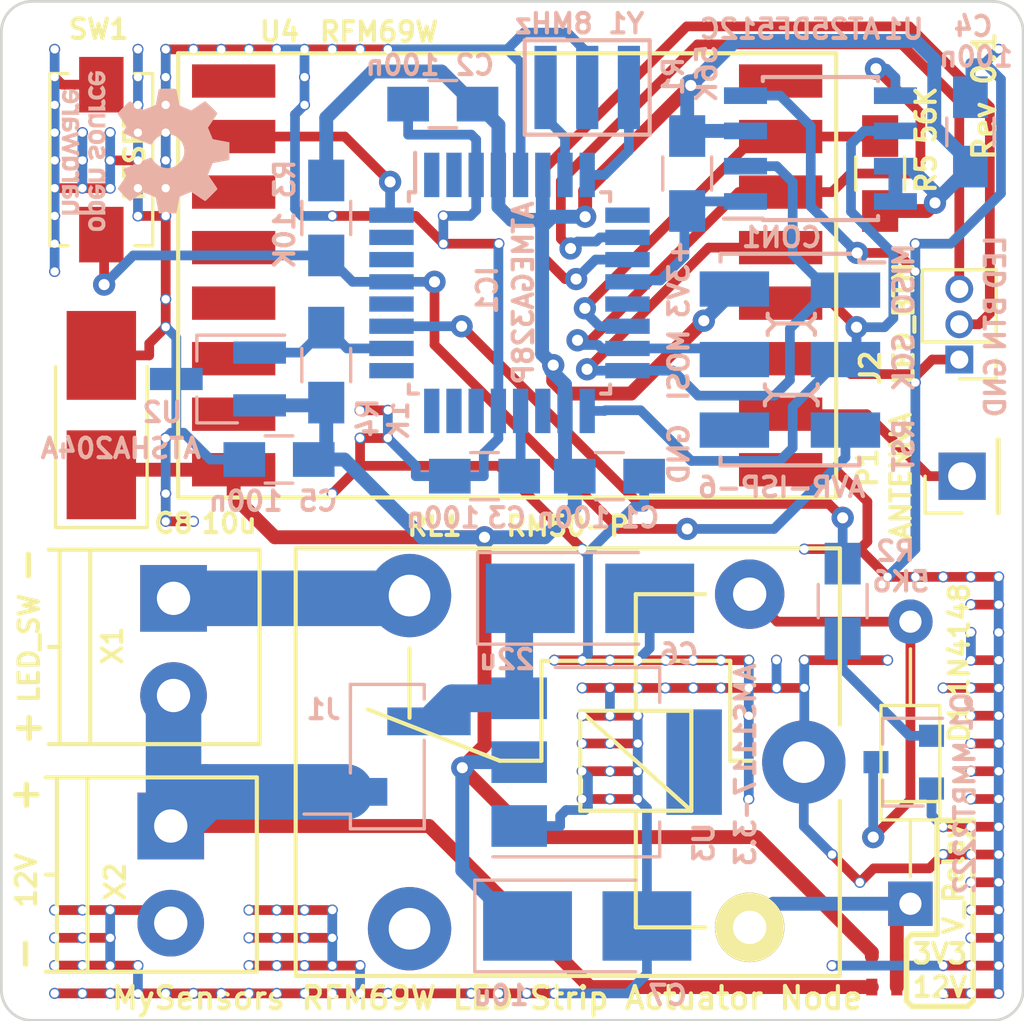
<source format=kicad_pcb>
(kicad_pcb (version 20171130) (host pcbnew "(5.1.12)-1")
  (layers (0 F.Cu signal) (31 B.Cu signal) (34 B.Paste user hide) (35 F.Paste user hide) (36 B.SilkS user hide) (37 F.SilkS user hide) (38 B.Mask user hide) (39 F.Mask user hide) (44 Edge.Cuts user))
  (net 0 "")
  (net 1 GND)
  (net 2 +3V3)
  (net 3 "Net-(C3-Pad2)")
  (net 4 "Net-(C6-Pad1)")
  (net 5 /MISO)
  (net 6 /SCK)
  (net 7 /RST)
  (net 8 /MOSI)
  (net 9 "Net-(D1-Pad2)")
  (net 10 /RFM69W_INT)
  (net 11 /LED_RELAY_CMD)
  (net 12 /ATSHA204A)
  (net 13 /RFM69W_SS)
  (net 14 /SPI_FLASH_SS)
  (net 15 "Net-(IC1-Pad8)")
  (net 16 "Net-(IC1-Pad7)")
  (net 17 /LED_12V)
  (net 18 "Net-(P1-Pad1)")
  (net 19 "Net-(Q1-Pad1)")
  (net 20 "Net-(RL1-Pad14)")
  (net 21 /LED_BTN)
  (net 22 /LED_BTN_SIGNALING)
  (net 23 "Net-(D1-Pad1)")
  (module Symbols:OSHW-Logo_5.7x6mm_SilkScreen (layer B.Cu) (at 116.4 61.7 90)
    (fp_text reference REF*** hide)
    (fp_text value OSHW-Logo_5.7x6mm_SilkScreen hide)
  )
  (module Buttons_Switches_SMD:SW_SPST_EVQPE1 (layer F.Cu) (at 114.8 62 90)
    (fp_text reference SW1 (at 4.7 -0.1 180) (layer F.SilkS) (effects (font (size 0.7 0.7))))
    (fp_text value RESET (at 0.1 1.2 90) (layer F.SilkS) (effects (font (size 0.7 0.7))))
    (pad 2 smd rect (at 2.7 0 90) (size 2 1.6) (layers F.Cu F.Paste F.Mask) (net 1 GND))
    (pad 1 smd rect (at -2.7 0 90) (size 2 1.6) (layers F.Cu F.Paste F.Mask) (net 7 /RST))
  )
  (module Pin_Headers:Pin_Header_Straight_1x02_Pitch2.54mm_SMD_Pin1Left (layer B.Cu) (at 125.1 83.5)
    (fp_text reference J1 (at -2.3 -1.7) (layer B.SilkS) (effects (font (size 0.7 0.7)) (justify mirror)))
    (fp_text value EXT_DC_DC hide)
    (pad 1 smd rect (at -1.5 1.27) (size 3 1) (layers B.Cu B.Paste B.Mask) (net 17 /LED_12V))
    (pad 2 smd rect (at 1.5 -1.27) (size 3 1) (layers B.Cu B.Paste B.Mask) (net 4 "Net-(C6-Pad1)"))
  )
  (module Capacitors_SMD:C_0805_HandSoldering (layer B.Cu) (at 133.1 73.4 180)
    (fp_text reference C1 (at -1.1 -1.5 180) (layer B.SilkS) (effects (font (size 0.7 0.7)) (justify mirror)))
    (fp_text value 100n (at 1.3 -1.5 180) (layer B.SilkS) (effects (font (size 0.7 0.7)) (justify mirror)))
    (pad 1 smd rect (at -1.25 0 180) (size 1.5 1.25) (layers B.Cu B.Paste B.Mask) (net 1 GND))
    (pad 2 smd rect (at 1.25 0 180) (size 1.5 1.25) (layers B.Cu B.Paste B.Mask) (net 2 +3V3))
  )
  (module Capacitors_SMD:C_0805_HandSoldering (layer B.Cu) (at 127.1 60)
    (fp_text reference C2 (at 1.15 -1.4) (layer B.SilkS) (effects (font (size 0.7 0.7)) (justify mirror)))
    (fp_text value 100n (at -1.45 -1.4) (layer B.SilkS) (effects (font (size 0.7 0.7)) (justify mirror)))
    (pad 2 smd rect (at 1.25 0) (size 1.5 1.25) (layers B.Cu B.Paste B.Mask) (net 2 +3V3))
    (pad 1 smd rect (at -1.25 0) (size 1.5 1.25) (layers B.Cu B.Paste B.Mask) (net 1 GND))
  )
  (module Capacitors_SMD:C_0805_HandSoldering (layer B.Cu) (at 128.6 73.4)
    (fp_text reference C3 (at 0.8 1.5) (layer B.SilkS) (effects (font (size 0.7 0.7)) (justify mirror)))
    (fp_text value 100n (at -1.5 1.5) (layer B.SilkS) (effects (font (size 0.7 0.7)) (justify mirror)))
    (pad 2 smd rect (at 1.25 0) (size 1.5 1.25) (layers B.Cu B.Paste B.Mask) (net 3 "Net-(C3-Pad2)"))
    (pad 1 smd rect (at -1.25 0) (size 1.5 1.25) (layers B.Cu B.Paste B.Mask) (net 1 GND))
  )
  (module Capacitors_SMD:C_0805_HandSoldering (layer B.Cu) (at 146.1 61 90)
    (fp_text reference C4 (at 3.8 0.1 180) (layer B.SilkS) (effects (font (size 0.7 0.7)) (justify mirror)))
    (fp_text value 100n (at 2.7 0.2 180) (layer B.SilkS) (effects (font (size 0.7 0.7)) (justify mirror)))
    (pad 1 smd rect (at -1.25 0 90) (size 1.5 1.25) (layers B.Cu B.Paste B.Mask) (net 2 +3V3))
    (pad 2 smd rect (at 1.25 0 90) (size 1.5 1.25) (layers B.Cu B.Paste B.Mask) (net 1 GND))
  )
  (module Capacitors_SMD:C_0805_HandSoldering (layer B.Cu) (at 121.2 72.8 180)
    (fp_text reference C5 (at -1.4 -1.5 180) (layer B.SilkS) (effects (font (size 0.7 0.7)) (justify mirror)))
    (fp_text value 100n (at 1.2 -1.5 180) (layer B.SilkS) (effects (font (size 0.7 0.7)) (justify mirror)))
    (pad 2 smd rect (at 1.25 0 180) (size 1.5 1.25) (layers B.Cu B.Paste B.Mask) (net 1 GND))
    (pad 1 smd rect (at -1.25 0 180) (size 1.5 1.25) (layers B.Cu B.Paste B.Mask) (net 2 +3V3))
  )
  (module Capacitors_Tantalum_SMD:CP_Tantalum_Case-B_EIA-3528-21_Hand (layer B.Cu) (at 132.4 77.8)
    (fp_text reference C6 (at 3.2 2) (layer B.SilkS) (effects (font (size 0.7 0.7)) (justify mirror)))
    (fp_text value 22u (at -3 2.2) (layer B.SilkS) (effects (font (size 0.7 0.7)) (justify mirror)))
    (pad 1 smd rect (at -2.15 0) (size 3.2 2.5) (layers B.Cu B.Paste B.Mask) (net 4 "Net-(C6-Pad1)"))
    (pad 2 smd rect (at 2.15 0) (size 3.2 2.5) (layers B.Cu B.Paste B.Mask) (net 1 GND))
  )
  (module Capacitors_Tantalum_SMD:CP_Tantalum_Case-B_EIA-3528-21_Hand (layer B.Cu) (at 132.3 89.6)
    (fp_text reference C7 (at 2.9 2.5) (layer B.SilkS) (effects (font (size 0.7 0.7)) (justify mirror)))
    (fp_text value 10u (at -3.1 2.5) (layer B.SilkS) (effects (font (size 0.7 0.7)) (justify mirror)))
    (pad 2 smd rect (at 2.15 0) (size 3.2 2.5) (layers B.Cu B.Paste B.Mask) (net 1 GND))
    (pad 1 smd rect (at -2.15 0) (size 3.2 2.5) (layers B.Cu B.Paste B.Mask) (net 2 +3V3))
  )
  (module Capacitors_Tantalum_SMD:CP_Tantalum_Case-B_EIA-3528-21_Hand (layer F.Cu) (at 114.8 71.2 90)
    (fp_text reference C8 (at -3.9 2.6 180) (layer F.SilkS) (effects (font (size 0.7 0.7))))
    (fp_text value 10u (at -3.9 4.6 180) (layer F.SilkS) (effects (font (size 0.7 0.7))))
    (pad 2 smd rect (at 2.15 0 90) (size 3.2 2.5) (layers F.Cu F.Paste F.Mask) (net 1 GND))
    (pad 1 smd rect (at -2.15 0 90) (size 3.2 2.5) (layers F.Cu F.Paste F.Mask) (net 2 +3V3))
  )
  (module myfootprints:AVR_ISP_SMT_Small_02x03 (layer B.Cu) (at 139.6 69.2 270)
    (fp_text reference CON1 (at -4.4 0.3 180) (layer B.SilkS) (effects (font (size 0.7 0.7)) (justify mirror)))
    (fp_text value AVR-ISP-6 (at 4.6 0.3 180) (layer B.SilkS) (effects (font (size 0.7 0.7)) (justify mirror)))
    (pad 1 smd rect (at -2.5 -2 270) (size 1.27 2.5) (layers B.Cu B.Paste B.Mask) (net 5 /MISO))
    (pad 3 smd rect (at 0 -2 270) (size 1.27 2.5) (layers B.Cu B.Paste B.Mask) (net 6 /SCK))
    (pad 5 smd rect (at 2.54 -2 270) (size 1.27 2.5) (layers B.Cu B.Paste B.Mask) (net 7 /RST))
    (pad 6 smd rect (at 2.54 2 270) (size 1.27 2.5) (layers B.Cu B.Paste B.Mask))
    (pad 4 smd rect (at 0 2 270) (size 1.27 2.5) (layers B.Cu B.Paste B.Mask) (net 8 /MOSI))
    (pad 2 smd rect (at -2.54 2 270) (size 1.27 2.5) (layers B.Cu B.Paste B.Mask) (net 2 +3V3))
  )
  (module Diodes_ThroughHole:D_DO-35_SOD27_P10.16mm_Horizontal (layer F.Cu) (at 143.94 88.8 90)
    (fp_text reference D1 (at 6.5 1.76 90) (layer F.SilkS) (effects (font (size 0.7 0.7))))
    (fp_text value 1N4148 (at 9.5 1.76 90) (layer F.SilkS) (effects (font (size 0.7 0.7))))
    (pad 2 thru_hole oval (at 10.16 0 90) (size 1.6 1.6) (drill 0.8) (layers *.Cu *.Mask) (net 9 "Net-(D1-Pad2)"))
    (pad 1 thru_hole rect (at 0 0 90) (size 1.6 1.6) (drill 0.8) (layers *.Cu *.Mask) (net 23 "Net-(D1-Pad1)"))
  )
  (module Housings_QFP:TQFP-32_7x7mm_Pitch0.8mm (layer B.Cu) (at 129.5 66.8 270)
    (fp_text reference IC1 hide)
    (fp_text value ATMEGA328P (at 0 -0.5 270) (layer B.SilkS) (effects (font (size 0.7 0.7)) (justify mirror)))
    (fp_text user %R (at -0.1 0.8 270) (layer B.SilkS) (effects (font (size 0.7 0.7)) (justify mirror)))
    (pad 32 smd rect (at -2.8 4.25 180) (size 1.6 0.55) (layers B.Cu B.Paste B.Mask) (net 10 /RFM69W_INT))
    (pad 31 smd rect (at -2 4.25 180) (size 1.6 0.55) (layers B.Cu B.Paste B.Mask))
    (pad 30 smd rect (at -1.2 4.25 180) (size 1.6 0.55) (layers B.Cu B.Paste B.Mask))
    (pad 29 smd rect (at -0.4 4.25 180) (size 1.6 0.55) (layers B.Cu B.Paste B.Mask) (net 7 /RST))
    (pad 28 smd rect (at 0.4 4.25 180) (size 1.6 0.55) (layers B.Cu B.Paste B.Mask))
    (pad 27 smd rect (at 1.2 4.25 180) (size 1.6 0.55) (layers B.Cu B.Paste B.Mask) (net 11 /LED_RELAY_CMD))
    (pad 26 smd rect (at 2 4.25 180) (size 1.6 0.55) (layers B.Cu B.Paste B.Mask) (net 12 /ATSHA204A))
    (pad 25 smd rect (at 2.8 4.25 180) (size 1.6 0.55) (layers B.Cu B.Paste B.Mask))
    (pad 24 smd rect (at 4.25 2.8 270) (size 1.6 0.55) (layers B.Cu B.Paste B.Mask))
    (pad 23 smd rect (at 4.25 2 270) (size 1.6 0.55) (layers B.Cu B.Paste B.Mask))
    (pad 22 smd rect (at 4.25 1.2 270) (size 1.6 0.55) (layers B.Cu B.Paste B.Mask))
    (pad 21 smd rect (at 4.25 0.4 270) (size 1.6 0.55) (layers B.Cu B.Paste B.Mask) (net 1 GND))
    (pad 20 smd rect (at 4.25 -0.4 270) (size 1.6 0.55) (layers B.Cu B.Paste B.Mask) (net 3 "Net-(C3-Pad2)"))
    (pad 19 smd rect (at 4.25 -1.2 270) (size 1.6 0.55) (layers B.Cu B.Paste B.Mask))
    (pad 18 smd rect (at 4.25 -2 270) (size 1.6 0.55) (layers B.Cu B.Paste B.Mask) (net 2 +3V3))
    (pad 17 smd rect (at 4.25 -2.8 270) (size 1.6 0.55) (layers B.Cu B.Paste B.Mask) (net 6 /SCK))
    (pad 16 smd rect (at 2.8 -4.25 180) (size 1.6 0.55) (layers B.Cu B.Paste B.Mask) (net 5 /MISO))
    (pad 15 smd rect (at 2 -4.25 180) (size 1.6 0.55) (layers B.Cu B.Paste B.Mask) (net 8 /MOSI))
    (pad 14 smd rect (at 1.2 -4.25 180) (size 1.6 0.55) (layers B.Cu B.Paste B.Mask) (net 13 /RFM69W_SS))
    (pad 13 smd rect (at 0.4 -4.25 180) (size 1.6 0.55) (layers B.Cu B.Paste B.Mask))
    (pad 12 smd rect (at -0.4 -4.25 180) (size 1.6 0.55) (layers B.Cu B.Paste B.Mask) (net 14 /SPI_FLASH_SS))
    (pad 11 smd rect (at -1.2 -4.25 180) (size 1.6 0.55) (layers B.Cu B.Paste B.Mask) (net 21 /LED_BTN))
    (pad 10 smd rect (at -2 -4.25 180) (size 1.6 0.55) (layers B.Cu B.Paste B.Mask) (net 22 /LED_BTN_SIGNALING))
    (pad 9 smd rect (at -2.8 -4.25 180) (size 1.6 0.55) (layers B.Cu B.Paste B.Mask))
    (pad 8 smd rect (at -4.25 -2.8 270) (size 1.6 0.55) (layers B.Cu B.Paste B.Mask) (net 15 "Net-(IC1-Pad8)"))
    (pad 7 smd rect (at -4.25 -2 270) (size 1.6 0.55) (layers B.Cu B.Paste B.Mask) (net 16 "Net-(IC1-Pad7)"))
    (pad 6 smd rect (at -4.25 -1.2 270) (size 1.6 0.55) (layers B.Cu B.Paste B.Mask) (net 2 +3V3))
    (pad 5 smd rect (at -4.25 -0.4 270) (size 1.6 0.55) (layers B.Cu B.Paste B.Mask) (net 1 GND))
    (pad 4 smd rect (at -4.25 0.4 270) (size 1.6 0.55) (layers B.Cu B.Paste B.Mask) (net 2 +3V3))
    (pad 3 smd rect (at -4.25 1.2 270) (size 1.6 0.55) (layers B.Cu B.Paste B.Mask) (net 1 GND))
    (pad 2 smd rect (at -4.25 2 270) (size 1.6 0.55) (layers B.Cu B.Paste B.Mask))
    (pad 1 smd rect (at -4.25 2.8 270) (size 1.6 0.55) (layers B.Cu B.Paste B.Mask))
  )
  (module Pin_Headers:Pin_Header_Straight_1x01_Pitch2.54mm (layer F.Cu) (at 145.8 73.4 90)
    (fp_text reference P1 (at 0.3 -3.4 90) (layer F.SilkS) (effects (font (size 0.7 0.7))))
    (fp_text value ANTENNA (at 0 -2.2 90) (layer F.SilkS) (effects (font (size 0.7 0.7))))
    (pad 1 thru_hole rect (at 0 0 90) (size 1.7 1.7) (drill 1) (layers *.Cu *.Mask) (net 18 "Net-(P1-Pad1)"))
  )
  (module TO_SOT_Packages_SMD:SOT-23 (layer B.Cu) (at 143.7 83.7 180)
    (fp_text reference Q1 (at -2.1 1.8 270) (layer B.SilkS) (effects (font (size 0.7 0.7)) (justify mirror)))
    (fp_text value MMBT2222 (at -2.2 -2 270) (layer B.SilkS) (effects (font (size 0.7 0.7)) (justify mirror)))
    (pad 3 smd rect (at 1 0 180) (size 0.9 0.8) (layers B.Cu B.Paste B.Mask) (net 9 "Net-(D1-Pad2)"))
    (pad 2 smd rect (at -1 -0.95 180) (size 0.9 0.8) (layers B.Cu B.Paste B.Mask) (net 1 GND))
    (pad 1 smd rect (at -1 0.95 180) (size 0.9 0.8) (layers B.Cu B.Paste B.Mask) (net 19 "Net-(Q1-Pad1)"))
  )
  (module Resistors_SMD:R_0805_HandSoldering (layer B.Cu) (at 135.9 62.5 90)
    (fp_text reference R1 (at 3.5 -0.5 90) (layer B.SilkS) (effects (font (size 0.7 0.7)) (justify mirror)))
    (fp_text value 56K (at 3.6 0.7 90) (layer B.SilkS) (effects (font (size 0.7 0.7)) (justify mirror)))
    (pad 1 smd rect (at -1.35 0 90) (size 1.5 1.3) (layers B.Cu B.Paste B.Mask) (net 14 /SPI_FLASH_SS))
    (pad 2 smd rect (at 1.35 0 90) (size 1.5 1.3) (layers B.Cu B.Paste B.Mask) (net 2 +3V3))
  )
  (module Resistors_SMD:R_0805_HandSoldering (layer B.Cu) (at 141.5 77.9 90)
    (fp_text reference R2 (at 1.8 1.9 180) (layer B.SilkS) (effects (font (size 0.7 0.7)) (justify mirror)))
    (fp_text value 5K6 (at 0.7 2.1 180) (layer B.SilkS) (effects (font (size 0.7 0.7)) (justify mirror)))
    (pad 2 smd rect (at 1.35 0 90) (size 1.5 1.3) (layers B.Cu B.Paste B.Mask) (net 11 /LED_RELAY_CMD))
    (pad 1 smd rect (at -1.35 0 90) (size 1.5 1.3) (layers B.Cu B.Paste B.Mask) (net 19 "Net-(Q1-Pad1)"))
  )
  (module Resistors_SMD:R_0805_HandSoldering (layer B.Cu) (at 122.9 64.1 270)
    (fp_text reference R3 (at -1.4 1.5 270) (layer B.SilkS) (effects (font (size 0.7 0.7)) (justify mirror)))
    (fp_text value 10K (at 0.8 1.5 270) (layer B.SilkS) (effects (font (size 0.7 0.7)) (justify mirror)))
    (pad 2 smd rect (at 1.35 0 270) (size 1.5 1.3) (layers B.Cu B.Paste B.Mask) (net 7 /RST))
    (pad 1 smd rect (at -1.35 0 270) (size 1.5 1.3) (layers B.Cu B.Paste B.Mask) (net 2 +3V3))
  )
  (module Resistors_SMD:R_0805_HandSoldering (layer B.Cu) (at 122.9 69.4 270)
    (fp_text reference R4 (at 1.9 -1.5 270) (layer B.SilkS) (effects (font (size 0.7 0.7)) (justify mirror)))
    (fp_text value 1K (at 2 -2.6 270) (layer B.SilkS) (effects (font (size 0.7 0.7)) (justify mirror)))
    (pad 2 smd rect (at 1.35 0 270) (size 1.5 1.3) (layers B.Cu B.Paste B.Mask) (net 2 +3V3))
    (pad 1 smd rect (at -1.35 0 270) (size 1.5 1.3) (layers B.Cu B.Paste B.Mask) (net 12 /ATSHA204A))
  )
  (module Resistors_SMD:R_0805_HandSoldering (layer F.Cu) (at 142.85 62.5 270)
    (fp_text reference R5 (at 0 -1.65 270) (layer F.SilkS) (effects (font (size 0.7 0.7))))
    (fp_text value 56K (at -2.1 -1.65 270) (layer F.SilkS) (effects (font (size 0.7 0.7))))
    (pad 1 smd rect (at -1.35 0 270) (size 1.5 1.3) (layers F.Cu F.Paste F.Mask) (net 13 /RFM69W_SS))
    (pad 2 smd rect (at 1.35 0 270) (size 1.5 1.3) (layers F.Cu F.Paste F.Mask) (net 2 +3V3))
  )
  (module myfootprints:RM50_P (layer F.Cu) (at 140.1 83.7 180)
    (fp_text reference RL1 (at 13.3 8.5 180) (layer F.SilkS) (effects (font (size 0.7 0.7))))
    (fp_text value RM50-P (at 8.5 8.5 180) (layer F.SilkS) (effects (font (size 0.7 0.7))))
    (pad A2 thru_hole circle (at 1.95 6.05 270) (size 2.5 2.5) (drill 1.2) (layers *.Cu *.Mask) (net 9 "Net-(D1-Pad2)"))
    (pad A1 thru_hole circle (at 1.95 -5.95 270) (size 2.5 2.5) (drill 1.2) (layers *.Cu *.Mask F.SilkS) (net 23 "Net-(D1-Pad1)"))
    (pad 11 thru_hole circle (at 0 0 270) (size 3 3) (drill 1.5) (layers *.Cu *.Mask) (net 1 GND))
    (pad 14 thru_hole circle (at 14.2 6 270) (size 3 3) (drill 1.5) (layers *.Cu *.Mask) (net 20 "Net-(RL1-Pad14)"))
    (pad 12 thru_hole circle (at 14.2 -6 270) (size 3 3) (drill 1.5) (layers *.Cu *.Mask))
  )
  (module Housings_SOIC:SOIC-8_3.9x4.9mm_Pitch1.27mm (layer B.Cu) (at 140.7 61.6)
    (fp_text reference U1 (at 3 -4.3) (layer B.SilkS) (effects (font (size 0.7 0.7)) (justify mirror)))
    (fp_text value AT25DF512C (at -1.1 -4.3) (layer B.SilkS) (effects (font (size 0.7 0.7)) (justify mirror)))
    (pad 8 smd rect (at 2.7 1.905) (size 1.55 0.6) (layers B.Cu B.Paste B.Mask) (net 2 +3V3))
    (pad 7 smd rect (at 2.7 0.635) (size 1.55 0.6) (layers B.Cu B.Paste B.Mask) (net 2 +3V3))
    (pad 6 smd rect (at 2.7 -0.635) (size 1.55 0.6) (layers B.Cu B.Paste B.Mask) (net 6 /SCK))
    (pad 5 smd rect (at 2.7 -1.905) (size 1.55 0.6) (layers B.Cu B.Paste B.Mask) (net 8 /MOSI))
    (pad 4 smd rect (at -2.7 -1.905) (size 1.55 0.6) (layers B.Cu B.Paste B.Mask) (net 1 GND))
    (pad 3 smd rect (at -2.7 -0.635) (size 1.55 0.6) (layers B.Cu B.Paste B.Mask) (net 2 +3V3))
    (pad 2 smd rect (at -2.7 0.635) (size 1.55 0.6) (layers B.Cu B.Paste B.Mask) (net 5 /MISO))
    (pad 1 smd rect (at -2.7 1.905) (size 1.55 0.6) (layers B.Cu B.Paste B.Mask) (net 14 /SPI_FLASH_SS))
  )
  (module TO_SOT_Packages_SMD:SOT-23_Handsoldering (layer B.Cu) (at 119 69.9 180)
    (fp_text reference U2 (at 2 -1.2 180) (layer B.SilkS) (effects (font (size 0.7 0.7)) (justify mirror)))
    (fp_text value ATSHA204A (at 3.5 -2.5 180) (layer B.SilkS) (effects (font (size 0.7 0.7)) (justify mirror)))
    (pad 3 smd rect (at 1.5 0 180) (size 1.9 0.8) (layers B.Cu B.Paste B.Mask) (net 1 GND))
    (pad 2 smd rect (at -1.5 -0.95 180) (size 1.9 0.8) (layers B.Cu B.Paste B.Mask) (net 2 +3V3))
    (pad 1 smd rect (at -1.5 0.95 180) (size 1.9 0.8) (layers B.Cu B.Paste B.Mask) (net 12 /ATSHA204A))
  )
  (module TO_SOT_Packages_SMD:SOT-223 (layer B.Cu) (at 133 83.7)
    (fp_text reference U3 (at 3.5 2.9 90) (layer B.SilkS) (effects (font (size 0.7 0.7)) (justify mirror)))
    (fp_text value AMS1117-3.3 (at 5 0.1 90) (layer B.SilkS) (effects (font (size 0.7 0.7)) (justify mirror)))
    (pad 1 smd rect (at -3.15 2.3) (size 2 1.5) (layers B.Cu B.Paste B.Mask) (net 1 GND))
    (pad 3 smd rect (at -3.15 -2.3) (size 2 1.5) (layers B.Cu B.Paste B.Mask) (net 4 "Net-(C6-Pad1)"))
    (pad 2 smd rect (at -3.15 0) (size 2 1.5) (layers B.Cu B.Paste B.Mask) (net 2 +3V3))
    (pad 4 smd rect (at 3.15 0) (size 2 3.8) (layers B.Cu B.Paste B.Mask))
  )
  (module mysensors_radios:RFM69HW_SMD_Handsoldering (layer F.Cu) (at 120.966 59.1682)
    (fp_text reference U4 (at 0.254 -1.778) (layer F.SilkS) (effects (font (size 0.7 0.7))))
    (fp_text value RFM69W (at 3.834065 -1.768221) (layer F.SilkS) (effects (font (size 0.7 0.7))))
    (pad 16 smd rect (at 18.3 0) (size 3 1.2) (layers F.Cu F.Paste F.Mask))
    (pad 15 smd rect (at 18.3 2) (size 3 1.2) (layers F.Cu F.Paste F.Mask) (net 13 /RFM69W_SS))
    (pad 14 smd rect (at 18.3 4) (size 3 1.2) (layers F.Cu F.Paste F.Mask) (net 8 /MOSI))
    (pad 13 smd rect (at 18.3 6) (size 3 1.2) (layers F.Cu F.Paste F.Mask) (net 5 /MISO))
    (pad 12 smd rect (at 18.3 8) (size 3 1.2) (layers F.Cu F.Paste F.Mask) (net 6 /SCK))
    (pad 11 smd rect (at 18.3 10) (size 3 1.2) (layers F.Cu F.Paste F.Mask) (net 1 GND))
    (pad 10 smd rect (at 18.3 12) (size 3 1.2) (layers F.Cu F.Paste F.Mask) (net 18 "Net-(P1-Pad1)"))
    (pad 9 smd rect (at 18.3 14) (size 3 1.2) (layers F.Cu F.Paste F.Mask) (net 1 GND))
    (pad 8 smd rect (at -1.4 14) (size 3 1.2) (layers F.Cu F.Paste F.Mask) (net 2 +3V3))
    (pad 7 smd rect (at -1.4 12) (size 3 1.2) (layers F.Cu F.Paste F.Mask))
    (pad 6 smd rect (at -1.4 10) (size 3 1.2) (layers F.Cu F.Paste F.Mask))
    (pad 5 smd rect (at -1.4 8) (size 3 1.2) (layers F.Cu F.Paste F.Mask))
    (pad 4 smd rect (at -1.4 6) (size 3 1.2) (layers F.Cu F.Paste F.Mask))
    (pad 3 smd rect (at -1.4 4) (size 3 1.2) (layers F.Cu F.Paste F.Mask))
    (pad 2 smd rect (at -1.4 2) (size 3 1.2) (layers F.Cu F.Paste F.Mask) (net 10 /RFM69W_INT))
    (pad 1 smd rect (at -1.4 0) (size 3 1.2) (layers F.Cu F.Paste F.Mask))
  )
  (module Terminal_Blocks:TerminalBlock_Pheonix_PT-3.5mm_2pol (layer F.Cu) (at 117.4 77.8 270)
    (fp_text reference X1 (at 1.7 2.2 270) (layer F.SilkS) (effects (font (size 0.7 0.7))))
    (fp_text value LED_SW (at 1.8 5.2 90) (layer F.SilkS) (effects (font (size 0.7 0.7))))
    (pad 1 thru_hole rect (at 0 0 270) (size 2.4 2.4) (drill 1.2) (layers *.Cu *.Mask) (net 20 "Net-(RL1-Pad14)"))
    (pad 2 thru_hole circle (at 3.5 0 270) (size 2.4 2.4) (drill 1.2) (layers *.Cu *.Mask) (net 17 /LED_12V))
  )
  (module Terminal_Blocks:TerminalBlock_Pheonix_PT-3.5mm_2pol (layer F.Cu) (at 117.3 86 270)
    (fp_text reference X2 (at 2 2 270) (layer F.SilkS) (effects (font (size 0.7 0.7))))
    (fp_text value "12V " (at 1.7 5.2 90) (layer F.SilkS) (effects (font (size 0.7 0.7))))
    (pad 2 thru_hole circle (at 3.5 0 270) (size 2.4 2.4) (drill 1.2) (layers *.Cu *.Mask) (net 1 GND))
    (pad 1 thru_hole rect (at 0 0 270) (size 2.4 2.4) (drill 1.2) (layers *.Cu *.Mask) (net 17 /LED_12V))
  )
  (module myfootprints:ZTTCR-3 (layer B.Cu) (at 132.3 59.4 180)
    (fp_text reference Y1 (at -1.4 2.3 180) (layer B.SilkS) (effects (font (size 0.7 0.7)) (justify mirror)))
    (fp_text value 8MHz (at 1.2 2.3 180) (layer B.SilkS) (effects (font (size 0.7 0.7)) (justify mirror)))
    (pad 3 smd rect (at 1.5 0 180) (size 0.8 3) (layers B.Cu B.Paste B.Mask) (net 16 "Net-(IC1-Pad7)"))
    (pad 2 smd rect (at 0 0 180) (size 0.8 3) (layers B.Cu B.Paste B.Mask) (net 1 GND))
    (pad 1 smd rect (at -1.5 0 180) (size 0.8 3) (layers B.Cu B.Paste B.Mask) (net 15 "Net-(IC1-Pad8)"))
  )
  (module Pin_Headers:Pin_Header_Straight_1x03_Pitch1.27mm (layer F.Cu) (at 145.7 69.2 180)
    (fp_text reference J2 (at 3.2 -0.3 270) (layer F.SilkS) (effects (font (size 0.7 0.7))))
    (fp_text value LED_BTN (at 2 1.3 270) (layer F.SilkS) (effects (font (size 0.7 0.7))))
    (pad 3 thru_hole oval (at 0 2.54 180) (size 1 1) (drill 0.65) (layers *.Cu *.Mask) (net 22 /LED_BTN_SIGNALING))
    (pad 2 thru_hole oval (at 0 1.27 180) (size 1 1) (drill 0.65) (layers *.Cu *.Mask) (net 21 /LED_BTN))
    (pad 1 thru_hole rect (at 0 0 180) (size 1 1) (drill 0.65) (layers *.Cu *.Mask) (net 1 GND))
  )
  (module Resistors_SMD:R_0402_NoSilk (layer F.Cu) (at 143 90.7)
    (fp_text reference JP1 hide)
    (fp_text value 3V3 (at 2 -0.1) (layer F.SilkS) (effects (font (size 0.7 0.7))))
    (pad 2 smd rect (at 0.45 0) (size 0.4 0.6) (layers F.Cu F.Paste F.Mask) (net 23 "Net-(D1-Pad1)"))
    (pad 1 smd rect (at -0.45 0) (size 0.4 0.6) (layers F.Cu F.Paste F.Mask) (net 2 +3V3))
  )
  (module Resistors_SMD:R_0402_NoSilk (layer F.Cu) (at 143 91.8 180)
    (fp_text reference JP2 hide)
    (fp_text value 12V (at -2 0 180) (layer F.SilkS) (effects (font (size 0.7 0.7))))
    (pad 1 smd rect (at -0.45 0 180) (size 0.4 0.6) (layers F.Cu F.Paste F.Mask) (net 23 "Net-(D1-Pad1)"))
    (pad 2 smd rect (at 0.45 0 180) (size 0.4 0.6) (layers F.Cu F.Paste F.Mask) (net 17 /LED_12V))
  )
  (module VIA_MATRIX (layer F.Cu) (at 113.118 58.0274)
    (fp_text reference V2_10 hide)
    (fp_text value AUTO_VIA hide)
    (pad 1 thru_hole circle (at 0 0) (size 0.4 0.4) (drill 0.3) (layers *.Cu) (net 1 GND) (clearance 0.3))
  )
  (module VIA_MATRIX (layer F.Cu) (at 116.118 58.0274)
    (fp_text reference V5_10 hide)
    (fp_text value AUTO_VIA hide)
    (pad 1 thru_hole circle (at 0 0) (size 0.4 0.4) (drill 0.3) (layers *.Cu) (net 1 GND) (clearance 0.3))
  )
  (module VIA_MATRIX (layer F.Cu) (at 117.118 58.0274)
    (fp_text reference V6_10 hide)
    (fp_text value AUTO_VIA hide)
    (pad 1 thru_hole circle (at 0 0) (size 0.4 0.4) (drill 0.3) (layers *.Cu) (net 1 GND) (clearance 0.3))
  )
  (module VIA_MATRIX (layer F.Cu) (at 118.118 58.0274)
    (fp_text reference V7_10 hide)
    (fp_text value AUTO_VIA hide)
    (pad 1 thru_hole circle (at 0 0) (size 0.4 0.4) (drill 0.3) (layers *.Cu) (net 1 GND) (clearance 0.3))
  )
  (module VIA_MATRIX (layer F.Cu) (at 119.118 58.0274)
    (fp_text reference V8_10 hide)
    (fp_text value AUTO_VIA hide)
    (pad 1 thru_hole circle (at 0 0) (size 0.4 0.4) (drill 0.3) (layers *.Cu) (net 1 GND) (clearance 0.3))
  )
  (module VIA_MATRIX (layer F.Cu) (at 120.118 58.0274)
    (fp_text reference V9_10 hide)
    (fp_text value AUTO_VIA hide)
    (pad 1 thru_hole circle (at 0 0) (size 0.4 0.4) (drill 0.3) (layers *.Cu) (net 1 GND) (clearance 0.3))
  )
  (module VIA_MATRIX (layer F.Cu) (at 121.118 58.0274)
    (fp_text reference V10_10 hide)
    (fp_text value AUTO_VIA hide)
    (pad 1 thru_hole circle (at 0 0) (size 0.4 0.4) (drill 0.3) (layers *.Cu) (net 1 GND) (clearance 0.3))
  )
  (module VIA_MATRIX (layer F.Cu) (at 122.118 58.0274)
    (fp_text reference V11_10 hide)
    (fp_text value AUTO_VIA hide)
    (pad 1 thru_hole circle (at 0 0) (size 0.4 0.4) (drill 0.3) (layers *.Cu) (net 1 GND) (clearance 0.3))
  )
  (module VIA_MATRIX (layer F.Cu) (at 123.118 58.0274)
    (fp_text reference V12_10 hide)
    (fp_text value AUTO_VIA hide)
    (pad 1 thru_hole circle (at 0 0) (size 0.4 0.4) (drill 0.3) (layers *.Cu) (net 1 GND) (clearance 0.3))
  )
  (module VIA_MATRIX (layer F.Cu) (at 124.118 58.0274)
    (fp_text reference V13_10 hide)
    (fp_text value AUTO_VIA hide)
    (pad 1 thru_hole circle (at 0 0) (size 0.4 0.4) (drill 0.3) (layers *.Cu) (net 1 GND) (clearance 0.3))
  )
  (module VIA_MATRIX (layer F.Cu) (at 125.118 58.0274)
    (fp_text reference V14_10 hide)
    (fp_text value AUTO_VIA hide)
    (pad 1 thru_hole circle (at 0 0) (size 0.4 0.4) (drill 0.3) (layers *.Cu) (net 1 GND) (clearance 0.3))
  )
  (module VIA_MATRIX (layer F.Cu) (at 147.118 58.0274)
    (fp_text reference V36_10 hide)
    (fp_text value AUTO_VIA hide)
    (pad 1 thru_hole circle (at 0 0) (size 0.4 0.4) (drill 0.3) (layers *.Cu) (net 1 GND) (clearance 0.3))
  )
  (module VIA_MATRIX (layer F.Cu) (at 113.118 59.0274)
    (fp_text reference V2_11 hide)
    (fp_text value AUTO_VIA hide)
    (pad 1 thru_hole circle (at 0 0) (size 0.4 0.4) (drill 0.3) (layers *.Cu) (net 1 GND) (clearance 0.3))
  )
  (module VIA_MATRIX (layer F.Cu) (at 116.118 59.0274)
    (fp_text reference V5_11 hide)
    (fp_text value AUTO_VIA hide)
    (pad 1 thru_hole circle (at 0 0) (size 0.4 0.4) (drill 0.3) (layers *.Cu) (net 1 GND) (clearance 0.3))
  )
  (module VIA_MATRIX (layer F.Cu) (at 117.118 59.0274)
    (fp_text reference V6_11 hide)
    (fp_text value AUTO_VIA hide)
    (pad 1 thru_hole circle (at 0 0) (size 0.4 0.4) (drill 0.3) (layers *.Cu) (net 1 GND) (clearance 0.3))
  )
  (module VIA_MATRIX (layer F.Cu) (at 122.118 59.0274)
    (fp_text reference V11_11 hide)
    (fp_text value AUTO_VIA hide)
    (pad 1 thru_hole circle (at 0 0) (size 0.4 0.4) (drill 0.3) (layers *.Cu) (net 1 GND) (clearance 0.3))
  )
  (module VIA_MATRIX (layer F.Cu) (at 113.118 60.0274)
    (fp_text reference V2_12 hide)
    (fp_text value AUTO_VIA hide)
    (pad 1 thru_hole circle (at 0 0) (size 0.4 0.4) (drill 0.3) (layers *.Cu) (net 1 GND) (clearance 0.3))
  )
  (module VIA_MATRIX (layer F.Cu) (at 116.118 60.0274)
    (fp_text reference V5_12 hide)
    (fp_text value AUTO_VIA hide)
    (pad 1 thru_hole circle (at 0 0) (size 0.4 0.4) (drill 0.3) (layers *.Cu) (net 1 GND) (clearance 0.3))
  )
  (module VIA_MATRIX (layer F.Cu) (at 117.118 60.0274)
    (fp_text reference V6_12 hide)
    (fp_text value AUTO_VIA hide)
    (pad 1 thru_hole circle (at 0 0) (size 0.4 0.4) (drill 0.3) (layers *.Cu) (net 1 GND) (clearance 0.3))
  )
  (module VIA_MATRIX (layer F.Cu) (at 122.118 60.0274)
    (fp_text reference V11_12 hide)
    (fp_text value AUTO_VIA hide)
    (pad 1 thru_hole circle (at 0 0) (size 0.4 0.4) (drill 0.3) (layers *.Cu) (net 1 GND) (clearance 0.3))
  )
  (module VIA_MATRIX (layer F.Cu) (at 113.118 61.0274)
    (fp_text reference V2_13 hide)
    (fp_text value AUTO_VIA hide)
    (pad 1 thru_hole circle (at 0 0) (size 0.4 0.4) (drill 0.3) (layers *.Cu) (net 1 GND) (clearance 0.3))
  )
  (module VIA_MATRIX (layer F.Cu) (at 114.118 61.0274)
    (fp_text reference V3_13 hide)
    (fp_text value AUTO_VIA hide)
    (pad 1 thru_hole circle (at 0 0) (size 0.4 0.4) (drill 0.3) (layers *.Cu) (net 1 GND) (clearance 0.3))
  )
  (module VIA_MATRIX (layer F.Cu) (at 115.118 61.0274)
    (fp_text reference V4_13 hide)
    (fp_text value AUTO_VIA hide)
    (pad 1 thru_hole circle (at 0 0) (size 0.4 0.4) (drill 0.3) (layers *.Cu) (net 1 GND) (clearance 0.3))
  )
  (module VIA_MATRIX (layer F.Cu) (at 116.118 61.0274)
    (fp_text reference V5_13 hide)
    (fp_text value AUTO_VIA hide)
    (pad 1 thru_hole circle (at 0 0) (size 0.4 0.4) (drill 0.3) (layers *.Cu) (net 1 GND) (clearance 0.3))
  )
  (module VIA_MATRIX (layer F.Cu) (at 117.118 61.0274)
    (fp_text reference V6_13 hide)
    (fp_text value AUTO_VIA hide)
    (pad 1 thru_hole circle (at 0 0) (size 0.4 0.4) (drill 0.3) (layers *.Cu) (net 1 GND) (clearance 0.3))
  )
  (module VIA_MATRIX (layer F.Cu) (at 113.118 62.0274)
    (fp_text reference V2_14 hide)
    (fp_text value AUTO_VIA hide)
    (pad 1 thru_hole circle (at 0 0) (size 0.4 0.4) (drill 0.3) (layers *.Cu) (net 1 GND) (clearance 0.3))
  )
  (module VIA_MATRIX (layer F.Cu) (at 114.118 62.0274)
    (fp_text reference V3_14 hide)
    (fp_text value AUTO_VIA hide)
    (pad 1 thru_hole circle (at 0 0) (size 0.4 0.4) (drill 0.3) (layers *.Cu) (net 1 GND) (clearance 0.3))
  )
  (module VIA_MATRIX (layer F.Cu) (at 115.118 62.0274)
    (fp_text reference V4_14 hide)
    (fp_text value AUTO_VIA hide)
    (pad 1 thru_hole circle (at 0 0) (size 0.4 0.4) (drill 0.3) (layers *.Cu) (net 1 GND) (clearance 0.3))
  )
  (module VIA_MATRIX (layer F.Cu) (at 116.118 62.0274)
    (fp_text reference V5_14 hide)
    (fp_text value AUTO_VIA hide)
    (pad 1 thru_hole circle (at 0 0) (size 0.4 0.4) (drill 0.3) (layers *.Cu) (net 1 GND) (clearance 0.3))
  )
  (module VIA_MATRIX (layer F.Cu) (at 117.118 62.0274)
    (fp_text reference V6_14 hide)
    (fp_text value AUTO_VIA hide)
    (pad 1 thru_hole circle (at 0 0) (size 0.4 0.4) (drill 0.3) (layers *.Cu) (net 1 GND) (clearance 0.3))
  )
  (module VIA_MATRIX (layer F.Cu) (at 113.118 63.0274)
    (fp_text reference V2_15 hide)
    (fp_text value AUTO_VIA hide)
    (pad 1 thru_hole circle (at 0 0) (size 0.4 0.4) (drill 0.3) (layers *.Cu) (net 1 GND) (clearance 0.3))
  )
  (module VIA_MATRIX (layer F.Cu) (at 114.118 63.0274)
    (fp_text reference V3_15 hide)
    (fp_text value AUTO_VIA hide)
    (pad 1 thru_hole circle (at 0 0) (size 0.4 0.4) (drill 0.3) (layers *.Cu) (net 1 GND) (clearance 0.3))
  )
  (module VIA_MATRIX (layer F.Cu) (at 115.118 63.0274)
    (fp_text reference V4_15 hide)
    (fp_text value AUTO_VIA hide)
    (pad 1 thru_hole circle (at 0 0) (size 0.4 0.4) (drill 0.3) (layers *.Cu) (net 1 GND) (clearance 0.3))
  )
  (module VIA_MATRIX (layer F.Cu) (at 116.118 63.0274)
    (fp_text reference V5_15 hide)
    (fp_text value AUTO_VIA hide)
    (pad 1 thru_hole circle (at 0 0) (size 0.4 0.4) (drill 0.3) (layers *.Cu) (net 1 GND) (clearance 0.3))
  )
  (module VIA_MATRIX (layer F.Cu) (at 117.118 63.0274)
    (fp_text reference V6_15 hide)
    (fp_text value AUTO_VIA hide)
    (pad 1 thru_hole circle (at 0 0) (size 0.4 0.4) (drill 0.3) (layers *.Cu) (net 1 GND) (clearance 0.3))
  )
  (module VIA_MATRIX (layer F.Cu) (at 113.118 64.0274)
    (fp_text reference V2_16 hide)
    (fp_text value AUTO_VIA hide)
    (pad 1 thru_hole circle (at 0 0) (size 0.4 0.4) (drill 0.3) (layers *.Cu) (net 1 GND) (clearance 0.3))
  )
  (module VIA_MATRIX (layer F.Cu) (at 116.118 64.0274)
    (fp_text reference V5_16 hide)
    (fp_text value AUTO_VIA hide)
    (pad 1 thru_hole circle (at 0 0) (size 0.4 0.4) (drill 0.3) (layers *.Cu) (net 1 GND) (clearance 0.3))
  )
  (module VIA_MATRIX (layer F.Cu) (at 117.118 64.0274)
    (fp_text reference V6_16 hide)
    (fp_text value AUTO_VIA hide)
    (pad 1 thru_hole circle (at 0 0) (size 0.4 0.4) (drill 0.3) (layers *.Cu) (net 1 GND) (clearance 0.3))
  )
  (module VIA_MATRIX (layer F.Cu) (at 123.118 64.0274)
    (fp_text reference V12_16 hide)
    (fp_text value AUTO_VIA hide)
    (pad 1 thru_hole circle (at 0 0) (size 0.4 0.4) (drill 0.3) (layers *.Cu) (net 1 GND) (clearance 0.3))
  )
  (module VIA_MATRIX (layer F.Cu) (at 127.118 64.0274)
    (fp_text reference V16_16 hide)
    (fp_text value AUTO_VIA hide)
    (pad 1 thru_hole circle (at 0 0) (size 0.4 0.4) (drill 0.3) (layers *.Cu) (net 1 GND) (clearance 0.3))
  )
  (module VIA_MATRIX (layer F.Cu) (at 113.118 65.0274)
    (fp_text reference V2_17 hide)
    (fp_text value AUTO_VIA hide)
    (pad 1 thru_hole circle (at 0 0) (size 0.4 0.4) (drill 0.3) (layers *.Cu) (net 1 GND) (clearance 0.3))
  )
  (module VIA_MATRIX (layer F.Cu) (at 127.118 65.0274)
    (fp_text reference V16_17 hide)
    (fp_text value AUTO_VIA hide)
    (pad 1 thru_hole circle (at 0 0) (size 0.4 0.4) (drill 0.3) (layers *.Cu) (net 1 GND) (clearance 0.3))
  )
  (module VIA_MATRIX (layer F.Cu) (at 129.118 65.0274)
    (fp_text reference V18_17 hide)
    (fp_text value AUTO_VIA hide)
    (pad 1 thru_hole circle (at 0 0) (size 0.4 0.4) (drill 0.3) (layers *.Cu) (net 1 GND) (clearance 0.3))
  )
  (module VIA_MATRIX (layer F.Cu) (at 144.118 65.0274)
    (fp_text reference V33_17 hide)
    (fp_text value AUTO_VIA hide)
    (pad 1 thru_hole circle (at 0 0) (size 0.4 0.4) (drill 0.3) (layers *.Cu) (net 1 GND) (clearance 0.3))
  )
  (module VIA_MATRIX (layer F.Cu) (at 113.118 66.0274)
    (fp_text reference V2_18 hide)
    (fp_text value AUTO_VIA hide)
    (pad 1 thru_hole circle (at 0 0) (size 0.4 0.4) (drill 0.3) (layers *.Cu) (net 1 GND) (clearance 0.3))
  )
  (module VIA_MATRIX (layer F.Cu) (at 144.118 66.0274)
    (fp_text reference V33_18 hide)
    (fp_text value AUTO_VIA hide)
    (pad 1 thru_hole circle (at 0 0) (size 0.4 0.4) (drill 0.3) (layers *.Cu) (net 1 GND) (clearance 0.3))
  )
  (module VIA_MATRIX (layer F.Cu) (at 117.118 67.0274)
    (fp_text reference V6_19 hide)
    (fp_text value AUTO_VIA hide)
    (pad 1 thru_hole circle (at 0 0) (size 0.4 0.4) (drill 0.3) (layers *.Cu) (net 1 GND) (clearance 0.3))
  )
  (module VIA_MATRIX (layer F.Cu) (at 117.118 68.0274)
    (fp_text reference V6_20 hide)
    (fp_text value AUTO_VIA hide)
    (pad 1 thru_hole circle (at 0 0) (size 0.4 0.4) (drill 0.3) (layers *.Cu) (net 1 GND) (clearance 0.3))
  )
  (module VIA_MATRIX (layer F.Cu) (at 144.118 70.0274)
    (fp_text reference V33_22 hide)
    (fp_text value AUTO_VIA hide)
    (pad 1 thru_hole circle (at 0 0) (size 0.4 0.4) (drill 0.3) (layers *.Cu) (net 1 GND) (clearance 0.3))
  )
  (module VIA_MATRIX (layer F.Cu) (at 124.118 71.0274)
    (fp_text reference V13_23 hide)
    (fp_text value AUTO_VIA hide)
    (pad 1 thru_hole circle (at 0 0) (size 0.4 0.4) (drill 0.3) (layers *.Cu) (net 1 GND) (clearance 0.3))
  )
  (module VIA_MATRIX (layer F.Cu) (at 125.118 71.0274)
    (fp_text reference V14_23 hide)
    (fp_text value AUTO_VIA hide)
    (pad 1 thru_hole circle (at 0 0) (size 0.4 0.4) (drill 0.3) (layers *.Cu) (net 1 GND) (clearance 0.3))
  )
  (module VIA_MATRIX (layer F.Cu) (at 117.118 72.0274)
    (fp_text reference V6_24 hide)
    (fp_text value AUTO_VIA hide)
    (pad 1 thru_hole circle (at 0 0) (size 0.4 0.4) (drill 0.3) (layers *.Cu) (net 1 GND) (clearance 0.3))
  )
  (module VIA_MATRIX (layer F.Cu) (at 124.118 72.0274)
    (fp_text reference V13_24 hide)
    (fp_text value AUTO_VIA hide)
    (pad 1 thru_hole circle (at 0 0) (size 0.4 0.4) (drill 0.3) (layers *.Cu) (net 1 GND) (clearance 0.3))
  )
  (module VIA_MATRIX (layer F.Cu) (at 125.118 72.0274)
    (fp_text reference V14_24 hide)
    (fp_text value AUTO_VIA hide)
    (pad 1 thru_hole circle (at 0 0) (size 0.4 0.4) (drill 0.3) (layers *.Cu) (net 1 GND) (clearance 0.3))
  )
  (module VIA_MATRIX (layer F.Cu) (at 117.118 74.0274)
    (fp_text reference V6_26 hide)
    (fp_text value AUTO_VIA hide)
    (pad 1 thru_hole circle (at 0 0) (size 0.4 0.4) (drill 0.3) (layers *.Cu) (net 1 GND) (clearance 0.3))
  )
  (module VIA_MATRIX (layer F.Cu) (at 123.118 74.0274)
    (fp_text reference V12_26 hide)
    (fp_text value AUTO_VIA hide)
    (pad 1 thru_hole circle (at 0 0) (size 0.4 0.4) (drill 0.3) (layers *.Cu) (net 1 GND) (clearance 0.3))
  )
  (module VIA_MATRIX (layer F.Cu) (at 117.118 75.0274)
    (fp_text reference V6_27 hide)
    (fp_text value AUTO_VIA hide)
    (pad 1 thru_hole circle (at 0 0) (size 0.4 0.4) (drill 0.3) (layers *.Cu) (net 1 GND) (clearance 0.3))
  )
  (module VIA_MATRIX (layer F.Cu) (at 118.118 75.0274)
    (fp_text reference V7_27 hide)
    (fp_text value AUTO_VIA hide)
    (pad 1 thru_hole circle (at 0 0) (size 0.4 0.4) (drill 0.3) (layers *.Cu) (net 1 GND) (clearance 0.3))
  )
  (module VIA_MATRIX (layer F.Cu) (at 132.118 76.0274)
    (fp_text reference V21_28 hide)
    (fp_text value AUTO_VIA hide)
    (pad 1 thru_hole circle (at 0 0) (size 0.4 0.4) (drill 0.3) (layers *.Cu) (net 1 GND) (clearance 0.3))
  )
  (module VIA_MATRIX (layer F.Cu) (at 140.118 76.0274)
    (fp_text reference V29_28 hide)
    (fp_text value AUTO_VIA hide)
    (pad 1 thru_hole circle (at 0 0) (size 0.4 0.4) (drill 0.3) (layers *.Cu) (net 1 GND) (clearance 0.3))
  )
  (module VIA_MATRIX (layer F.Cu) (at 143.118 77.0274)
    (fp_text reference V32_29 hide)
    (fp_text value AUTO_VIA hide)
    (pad 1 thru_hole circle (at 0 0) (size 0.4 0.4) (drill 0.3) (layers *.Cu) (net 1 GND) (clearance 0.3))
  )
  (module VIA_MATRIX (layer F.Cu) (at 144.118 77.0274)
    (fp_text reference V33_29 hide)
    (fp_text value AUTO_VIA hide)
    (pad 1 thru_hole circle (at 0 0) (size 0.4 0.4) (drill 0.3) (layers *.Cu) (net 1 GND) (clearance 0.3))
  )
  (module VIA_MATRIX (layer F.Cu) (at 145.118 77.0274)
    (fp_text reference V34_29 hide)
    (fp_text value AUTO_VIA hide)
    (pad 1 thru_hole circle (at 0 0) (size 0.4 0.4) (drill 0.3) (layers *.Cu) (net 1 GND) (clearance 0.3))
  )
  (module VIA_MATRIX (layer F.Cu) (at 146.118 77.0274)
    (fp_text reference V35_29 hide)
    (fp_text value AUTO_VIA hide)
    (pad 1 thru_hole circle (at 0 0) (size 0.4 0.4) (drill 0.3) (layers *.Cu) (net 1 GND) (clearance 0.3))
  )
  (module VIA_MATRIX (layer F.Cu) (at 147.118 77.0274)
    (fp_text reference V36_29 hide)
    (fp_text value AUTO_VIA hide)
    (pad 1 thru_hole circle (at 0 0) (size 0.4 0.4) (drill 0.3) (layers *.Cu) (net 1 GND) (clearance 0.3))
  )
  (module VIA_MATRIX (layer F.Cu) (at 146.118 78.0274)
    (fp_text reference V35_30 hide)
    (fp_text value AUTO_VIA hide)
    (pad 1 thru_hole circle (at 0 0) (size 0.4 0.4) (drill 0.3) (layers *.Cu) (net 1 GND) (clearance 0.3))
  )
  (module VIA_MATRIX (layer F.Cu) (at 147.118 78.0274)
    (fp_text reference V36_30 hide)
    (fp_text value AUTO_VIA hide)
    (pad 1 thru_hole circle (at 0 0) (size 0.4 0.4) (drill 0.3) (layers *.Cu) (net 1 GND) (clearance 0.3))
  )
  (module VIA_MATRIX (layer F.Cu) (at 146.118 79.0274)
    (fp_text reference V35_31 hide)
    (fp_text value AUTO_VIA hide)
    (pad 1 thru_hole circle (at 0 0) (size 0.4 0.4) (drill 0.3) (layers *.Cu) (net 1 GND) (clearance 0.3))
  )
  (module VIA_MATRIX (layer F.Cu) (at 147.118 79.0274)
    (fp_text reference V36_31 hide)
    (fp_text value AUTO_VIA hide)
    (pad 1 thru_hole circle (at 0 0) (size 0.4 0.4) (drill 0.3) (layers *.Cu) (net 1 GND) (clearance 0.3))
  )
  (module VIA_MATRIX (layer F.Cu) (at 131.118 80.0274)
    (fp_text reference V20_32 hide)
    (fp_text value AUTO_VIA hide)
    (pad 1 thru_hole circle (at 0 0) (size 0.4 0.4) (drill 0.3) (layers *.Cu) (net 1 GND) (clearance 0.3))
  )
  (module VIA_MATRIX (layer F.Cu) (at 132.118 80.0274)
    (fp_text reference V21_32 hide)
    (fp_text value AUTO_VIA hide)
    (pad 1 thru_hole circle (at 0 0) (size 0.4 0.4) (drill 0.3) (layers *.Cu) (net 1 GND) (clearance 0.3))
  )
  (module VIA_MATRIX (layer F.Cu) (at 133.118 80.0274)
    (fp_text reference V22_32 hide)
    (fp_text value AUTO_VIA hide)
    (pad 1 thru_hole circle (at 0 0) (size 0.4 0.4) (drill 0.3) (layers *.Cu) (net 1 GND) (clearance 0.3))
  )
  (module VIA_MATRIX (layer F.Cu) (at 134.118 80.0274)
    (fp_text reference V23_32 hide)
    (fp_text value AUTO_VIA hide)
    (pad 1 thru_hole circle (at 0 0) (size 0.4 0.4) (drill 0.3) (layers *.Cu) (net 1 GND) (clearance 0.3))
  )
  (module VIA_MATRIX (layer F.Cu) (at 135.118 80.0274)
    (fp_text reference V24_32 hide)
    (fp_text value AUTO_VIA hide)
    (pad 1 thru_hole circle (at 0 0) (size 0.4 0.4) (drill 0.3) (layers *.Cu) (net 1 GND) (clearance 0.3))
  )
  (module VIA_MATRIX (layer F.Cu) (at 136.118 80.0274)
    (fp_text reference V25_32 hide)
    (fp_text value AUTO_VIA hide)
    (pad 1 thru_hole circle (at 0 0) (size 0.4 0.4) (drill 0.3) (layers *.Cu) (net 1 GND) (clearance 0.3))
  )
  (module VIA_MATRIX (layer F.Cu) (at 137.118 80.0274)
    (fp_text reference V26_32 hide)
    (fp_text value AUTO_VIA hide)
    (pad 1 thru_hole circle (at 0 0) (size 0.4 0.4) (drill 0.3) (layers *.Cu) (net 1 GND) (clearance 0.3))
  )
  (module VIA_MATRIX (layer F.Cu) (at 138.118 80.0274)
    (fp_text reference V27_32 hide)
    (fp_text value AUTO_VIA hide)
    (pad 1 thru_hole circle (at 0 0) (size 0.4 0.4) (drill 0.3) (layers *.Cu) (net 1 GND) (clearance 0.3))
  )
  (module VIA_MATRIX (layer F.Cu) (at 139.118 80.0274)
    (fp_text reference V28_32 hide)
    (fp_text value AUTO_VIA hide)
    (pad 1 thru_hole circle (at 0 0) (size 0.4 0.4) (drill 0.3) (layers *.Cu) (net 1 GND) (clearance 0.3))
  )
  (module VIA_MATRIX (layer F.Cu) (at 140.118 80.0274)
    (fp_text reference V29_32 hide)
    (fp_text value AUTO_VIA hide)
    (pad 1 thru_hole circle (at 0 0) (size 0.4 0.4) (drill 0.3) (layers *.Cu) (net 1 GND) (clearance 0.3))
  )
  (module VIA_MATRIX (layer F.Cu) (at 143.118 80.0274)
    (fp_text reference V32_32 hide)
    (fp_text value AUTO_VIA hide)
    (pad 1 thru_hole circle (at 0 0) (size 0.4 0.4) (drill 0.3) (layers *.Cu) (net 1 GND) (clearance 0.3))
  )
  (module VIA_MATRIX (layer F.Cu) (at 146.118 80.0274)
    (fp_text reference V35_32 hide)
    (fp_text value AUTO_VIA hide)
    (pad 1 thru_hole circle (at 0 0) (size 0.4 0.4) (drill 0.3) (layers *.Cu) (net 1 GND) (clearance 0.3))
  )
  (module VIA_MATRIX (layer F.Cu) (at 147.118 80.0274)
    (fp_text reference V36_32 hide)
    (fp_text value AUTO_VIA hide)
    (pad 1 thru_hole circle (at 0 0) (size 0.4 0.4) (drill 0.3) (layers *.Cu) (net 1 GND) (clearance 0.3))
  )
  (module VIA_MATRIX (layer F.Cu) (at 132.118 81.0274)
    (fp_text reference V21_33 hide)
    (fp_text value AUTO_VIA hide)
    (pad 1 thru_hole circle (at 0 0) (size 0.4 0.4) (drill 0.3) (layers *.Cu) (net 1 GND) (clearance 0.3))
  )
  (module VIA_MATRIX (layer F.Cu) (at 133.118 81.0274)
    (fp_text reference V22_33 hide)
    (fp_text value AUTO_VIA hide)
    (pad 1 thru_hole circle (at 0 0) (size 0.4 0.4) (drill 0.3) (layers *.Cu) (net 1 GND) (clearance 0.3))
  )
  (module VIA_MATRIX (layer F.Cu) (at 134.118 81.0274)
    (fp_text reference V23_33 hide)
    (fp_text value AUTO_VIA hide)
    (pad 1 thru_hole circle (at 0 0) (size 0.4 0.4) (drill 0.3) (layers *.Cu) (net 1 GND) (clearance 0.3))
  )
  (module VIA_MATRIX (layer F.Cu) (at 135.118 81.0274)
    (fp_text reference V24_33 hide)
    (fp_text value AUTO_VIA hide)
    (pad 1 thru_hole circle (at 0 0) (size 0.4 0.4) (drill 0.3) (layers *.Cu) (net 1 GND) (clearance 0.3))
  )
  (module VIA_MATRIX (layer F.Cu) (at 136.118 81.0274)
    (fp_text reference V25_33 hide)
    (fp_text value AUTO_VIA hide)
    (pad 1 thru_hole circle (at 0 0) (size 0.4 0.4) (drill 0.3) (layers *.Cu) (net 1 GND) (clearance 0.3))
  )
  (module VIA_MATRIX (layer F.Cu) (at 137.118 81.0274)
    (fp_text reference V26_33 hide)
    (fp_text value AUTO_VIA hide)
    (pad 1 thru_hole circle (at 0 0) (size 0.4 0.4) (drill 0.3) (layers *.Cu) (net 1 GND) (clearance 0.3))
  )
  (module VIA_MATRIX (layer F.Cu) (at 138.118 81.0274)
    (fp_text reference V27_33 hide)
    (fp_text value AUTO_VIA hide)
    (pad 1 thru_hole circle (at 0 0) (size 0.4 0.4) (drill 0.3) (layers *.Cu) (net 1 GND) (clearance 0.3))
  )
  (module VIA_MATRIX (layer F.Cu) (at 139.118 81.0274)
    (fp_text reference V28_33 hide)
    (fp_text value AUTO_VIA hide)
    (pad 1 thru_hole circle (at 0 0) (size 0.4 0.4) (drill 0.3) (layers *.Cu) (net 1 GND) (clearance 0.3))
  )
  (module VIA_MATRIX (layer F.Cu) (at 140.118 81.0274)
    (fp_text reference V29_33 hide)
    (fp_text value AUTO_VIA hide)
    (pad 1 thru_hole circle (at 0 0) (size 0.4 0.4) (drill 0.3) (layers *.Cu) (net 1 GND) (clearance 0.3))
  )
  (module VIA_MATRIX (layer F.Cu) (at 145.118 81.0274)
    (fp_text reference V34_33 hide)
    (fp_text value AUTO_VIA hide)
    (pad 1 thru_hole circle (at 0 0) (size 0.4 0.4) (drill 0.3) (layers *.Cu) (net 1 GND) (clearance 0.3))
  )
  (module VIA_MATRIX (layer F.Cu) (at 146.118 81.0274)
    (fp_text reference V35_33 hide)
    (fp_text value AUTO_VIA hide)
    (pad 1 thru_hole circle (at 0 0) (size 0.4 0.4) (drill 0.3) (layers *.Cu) (net 1 GND) (clearance 0.3))
  )
  (module VIA_MATRIX (layer F.Cu) (at 147.118 81.0274)
    (fp_text reference V36_33 hide)
    (fp_text value AUTO_VIA hide)
    (pad 1 thru_hole circle (at 0 0) (size 0.4 0.4) (drill 0.3) (layers *.Cu) (net 1 GND) (clearance 0.3))
  )
  (module VIA_MATRIX (layer F.Cu) (at 132.118 82.0274)
    (fp_text reference V21_34 hide)
    (fp_text value AUTO_VIA hide)
    (pad 1 thru_hole circle (at 0 0) (size 0.4 0.4) (drill 0.3) (layers *.Cu) (net 1 GND) (clearance 0.3))
  )
  (module VIA_MATRIX (layer F.Cu) (at 133.118 82.0274)
    (fp_text reference V22_34 hide)
    (fp_text value AUTO_VIA hide)
    (pad 1 thru_hole circle (at 0 0) (size 0.4 0.4) (drill 0.3) (layers *.Cu) (net 1 GND) (clearance 0.3))
  )
  (module VIA_MATRIX (layer F.Cu) (at 134.118 82.0274)
    (fp_text reference V23_34 hide)
    (fp_text value AUTO_VIA hide)
    (pad 1 thru_hole circle (at 0 0) (size 0.4 0.4) (drill 0.3) (layers *.Cu) (net 1 GND) (clearance 0.3))
  )
  (module VIA_MATRIX (layer F.Cu) (at 138.118 82.0274)
    (fp_text reference V27_34 hide)
    (fp_text value AUTO_VIA hide)
    (pad 1 thru_hole circle (at 0 0) (size 0.4 0.4) (drill 0.3) (layers *.Cu) (net 1 GND) (clearance 0.3))
  )
  (module VIA_MATRIX (layer F.Cu) (at 146.118 82.0274)
    (fp_text reference V35_34 hide)
    (fp_text value AUTO_VIA hide)
    (pad 1 thru_hole circle (at 0 0) (size 0.4 0.4) (drill 0.3) (layers *.Cu) (net 1 GND) (clearance 0.3))
  )
  (module VIA_MATRIX (layer F.Cu) (at 147.118 82.0274)
    (fp_text reference V36_34 hide)
    (fp_text value AUTO_VIA hide)
    (pad 1 thru_hole circle (at 0 0) (size 0.4 0.4) (drill 0.3) (layers *.Cu) (net 1 GND) (clearance 0.3))
  )
  (module VIA_MATRIX (layer F.Cu) (at 132.118 83.0274)
    (fp_text reference V21_35 hide)
    (fp_text value AUTO_VIA hide)
    (pad 1 thru_hole circle (at 0 0) (size 0.4 0.4) (drill 0.3) (layers *.Cu) (net 1 GND) (clearance 0.3))
  )
  (module VIA_MATRIX (layer F.Cu) (at 133.118 83.0274)
    (fp_text reference V22_35 hide)
    (fp_text value AUTO_VIA hide)
    (pad 1 thru_hole circle (at 0 0) (size 0.4 0.4) (drill 0.3) (layers *.Cu) (net 1 GND) (clearance 0.3))
  )
  (module VIA_MATRIX (layer F.Cu) (at 134.118 83.0274)
    (fp_text reference V23_35 hide)
    (fp_text value AUTO_VIA hide)
    (pad 1 thru_hole circle (at 0 0) (size 0.4 0.4) (drill 0.3) (layers *.Cu) (net 1 GND) (clearance 0.3))
  )
  (module VIA_MATRIX (layer F.Cu) (at 146.118 83.0274)
    (fp_text reference V35_35 hide)
    (fp_text value AUTO_VIA hide)
    (pad 1 thru_hole circle (at 0 0) (size 0.4 0.4) (drill 0.3) (layers *.Cu) (net 1 GND) (clearance 0.3))
  )
  (module VIA_MATRIX (layer F.Cu) (at 147.118 83.0274)
    (fp_text reference V36_35 hide)
    (fp_text value AUTO_VIA hide)
    (pad 1 thru_hole circle (at 0 0) (size 0.4 0.4) (drill 0.3) (layers *.Cu) (net 1 GND) (clearance 0.3))
  )
  (module VIA_MATRIX (layer F.Cu) (at 132.118 84.0274)
    (fp_text reference V21_36 hide)
    (fp_text value AUTO_VIA hide)
    (pad 1 thru_hole circle (at 0 0) (size 0.4 0.4) (drill 0.3) (layers *.Cu) (net 1 GND) (clearance 0.3))
  )
  (module VIA_MATRIX (layer F.Cu) (at 133.118 84.0274)
    (fp_text reference V22_36 hide)
    (fp_text value AUTO_VIA hide)
    (pad 1 thru_hole circle (at 0 0) (size 0.4 0.4) (drill 0.3) (layers *.Cu) (net 1 GND) (clearance 0.3))
  )
  (module VIA_MATRIX (layer F.Cu) (at 134.118 84.0274)
    (fp_text reference V23_36 hide)
    (fp_text value AUTO_VIA hide)
    (pad 1 thru_hole circle (at 0 0) (size 0.4 0.4) (drill 0.3) (layers *.Cu) (net 1 GND) (clearance 0.3))
  )
  (module VIA_MATRIX (layer F.Cu) (at 146.118 84.0274)
    (fp_text reference V35_36 hide)
    (fp_text value AUTO_VIA hide)
    (pad 1 thru_hole circle (at 0 0) (size 0.4 0.4) (drill 0.3) (layers *.Cu) (net 1 GND) (clearance 0.3))
  )
  (module VIA_MATRIX (layer F.Cu) (at 147.118 84.0274)
    (fp_text reference V36_36 hide)
    (fp_text value AUTO_VIA hide)
    (pad 1 thru_hole circle (at 0 0) (size 0.4 0.4) (drill 0.3) (layers *.Cu) (net 1 GND) (clearance 0.3))
  )
  (module VIA_MATRIX (layer F.Cu) (at 132.118 85.0274)
    (fp_text reference V21_37 hide)
    (fp_text value AUTO_VIA hide)
    (pad 1 thru_hole circle (at 0 0) (size 0.4 0.4) (drill 0.3) (layers *.Cu) (net 1 GND) (clearance 0.3))
  )
  (module VIA_MATRIX (layer F.Cu) (at 133.118 85.0274)
    (fp_text reference V22_37 hide)
    (fp_text value AUTO_VIA hide)
    (pad 1 thru_hole circle (at 0 0) (size 0.4 0.4) (drill 0.3) (layers *.Cu) (net 1 GND) (clearance 0.3))
  )
  (module VIA_MATRIX (layer F.Cu) (at 134.118 85.0274)
    (fp_text reference V23_37 hide)
    (fp_text value AUTO_VIA hide)
    (pad 1 thru_hole circle (at 0 0) (size 0.4 0.4) (drill 0.3) (layers *.Cu) (net 1 GND) (clearance 0.3))
  )
  (module VIA_MATRIX (layer F.Cu) (at 138.118 85.0274)
    (fp_text reference V27_37 hide)
    (fp_text value AUTO_VIA hide)
    (pad 1 thru_hole circle (at 0 0) (size 0.4 0.4) (drill 0.3) (layers *.Cu) (net 1 GND) (clearance 0.3))
  )
  (module VIA_MATRIX (layer F.Cu) (at 146.118 85.0274)
    (fp_text reference V35_37 hide)
    (fp_text value AUTO_VIA hide)
    (pad 1 thru_hole circle (at 0 0) (size 0.4 0.4) (drill 0.3) (layers *.Cu) (net 1 GND) (clearance 0.3))
  )
  (module VIA_MATRIX (layer F.Cu) (at 147.118 85.0274)
    (fp_text reference V36_37 hide)
    (fp_text value AUTO_VIA hide)
    (pad 1 thru_hole circle (at 0 0) (size 0.4 0.4) (drill 0.3) (layers *.Cu) (net 1 GND) (clearance 0.3))
  )
  (module VIA_MATRIX (layer F.Cu) (at 145.118 86.0274)
    (fp_text reference V34_38 hide)
    (fp_text value AUTO_VIA hide)
    (pad 1 thru_hole circle (at 0 0) (size 0.4 0.4) (drill 0.3) (layers *.Cu) (net 1 GND) (clearance 0.3))
  )
  (module VIA_MATRIX (layer F.Cu) (at 146.118 86.0274)
    (fp_text reference V35_38 hide)
    (fp_text value AUTO_VIA hide)
    (pad 1 thru_hole circle (at 0 0) (size 0.4 0.4) (drill 0.3) (layers *.Cu) (net 1 GND) (clearance 0.3))
  )
  (module VIA_MATRIX (layer F.Cu) (at 147.118 86.0274)
    (fp_text reference V36_38 hide)
    (fp_text value AUTO_VIA hide)
    (pad 1 thru_hole circle (at 0 0) (size 0.4 0.4) (drill 0.3) (layers *.Cu) (net 1 GND) (clearance 0.3))
  )
  (module VIA_MATRIX (layer F.Cu) (at 141.118 87.0274)
    (fp_text reference V30_39 hide)
    (fp_text value AUTO_VIA hide)
    (pad 1 thru_hole circle (at 0 0) (size 0.4 0.4) (drill 0.3) (layers *.Cu) (net 1 GND) (clearance 0.3))
  )
  (module VIA_MATRIX (layer F.Cu) (at 145.118 87.0274)
    (fp_text reference V34_39 hide)
    (fp_text value AUTO_VIA hide)
    (pad 1 thru_hole circle (at 0 0) (size 0.4 0.4) (drill 0.3) (layers *.Cu) (net 1 GND) (clearance 0.3))
  )
  (module VIA_MATRIX (layer F.Cu) (at 146.118 87.0274)
    (fp_text reference V35_39 hide)
    (fp_text value AUTO_VIA hide)
    (pad 1 thru_hole circle (at 0 0) (size 0.4 0.4) (drill 0.3) (layers *.Cu) (net 1 GND) (clearance 0.3))
  )
  (module VIA_MATRIX (layer F.Cu) (at 147.118 87.0274)
    (fp_text reference V36_39 hide)
    (fp_text value AUTO_VIA hide)
    (pad 1 thru_hole circle (at 0 0) (size 0.4 0.4) (drill 0.3) (layers *.Cu) (net 1 GND) (clearance 0.3))
  )
  (module VIA_MATRIX (layer F.Cu) (at 142.118 88.0274)
    (fp_text reference V31_40 hide)
    (fp_text value AUTO_VIA hide)
    (pad 1 thru_hole circle (at 0 0) (size 0.4 0.4) (drill 0.3) (layers *.Cu) (net 1 GND) (clearance 0.3))
  )
  (module VIA_MATRIX (layer F.Cu) (at 146.118 88.0274)
    (fp_text reference V35_40 hide)
    (fp_text value AUTO_VIA hide)
    (pad 1 thru_hole circle (at 0 0) (size 0.4 0.4) (drill 0.3) (layers *.Cu) (net 1 GND) (clearance 0.3))
  )
  (module VIA_MATRIX (layer F.Cu) (at 147.118 88.0274)
    (fp_text reference V36_40 hide)
    (fp_text value AUTO_VIA hide)
    (pad 1 thru_hole circle (at 0 0) (size 0.4 0.4) (drill 0.3) (layers *.Cu) (net 1 GND) (clearance 0.3))
  )
  (module VIA_MATRIX (layer F.Cu) (at 113.118 89.0274)
    (fp_text reference V2_41 hide)
    (fp_text value AUTO_VIA hide)
    (pad 1 thru_hole circle (at 0 0) (size 0.4 0.4) (drill 0.3) (layers *.Cu) (net 1 GND) (clearance 0.3))
  )
  (module VIA_MATRIX (layer F.Cu) (at 114.118 89.0274)
    (fp_text reference V3_41 hide)
    (fp_text value AUTO_VIA hide)
    (pad 1 thru_hole circle (at 0 0) (size 0.4 0.4) (drill 0.3) (layers *.Cu) (net 1 GND) (clearance 0.3))
  )
  (module VIA_MATRIX (layer F.Cu) (at 115.118 89.0274)
    (fp_text reference V4_41 hide)
    (fp_text value AUTO_VIA hide)
    (pad 1 thru_hole circle (at 0 0) (size 0.4 0.4) (drill 0.3) (layers *.Cu) (net 1 GND) (clearance 0.3))
  )
  (module VIA_MATRIX (layer F.Cu) (at 120.118 89.0274)
    (fp_text reference V9_41 hide)
    (fp_text value AUTO_VIA hide)
    (pad 1 thru_hole circle (at 0 0) (size 0.4 0.4) (drill 0.3) (layers *.Cu) (net 1 GND) (clearance 0.3))
  )
  (module VIA_MATRIX (layer F.Cu) (at 121.118 89.0274)
    (fp_text reference V10_41 hide)
    (fp_text value AUTO_VIA hide)
    (pad 1 thru_hole circle (at 0 0) (size 0.4 0.4) (drill 0.3) (layers *.Cu) (net 1 GND) (clearance 0.3))
  )
  (module VIA_MATRIX (layer F.Cu) (at 122.118 89.0274)
    (fp_text reference V11_41 hide)
    (fp_text value AUTO_VIA hide)
    (pad 1 thru_hole circle (at 0 0) (size 0.4 0.4) (drill 0.3) (layers *.Cu) (net 1 GND) (clearance 0.3))
  )
  (module VIA_MATRIX (layer F.Cu) (at 123.118 89.0274)
    (fp_text reference V12_41 hide)
    (fp_text value AUTO_VIA hide)
    (pad 1 thru_hole circle (at 0 0) (size 0.4 0.4) (drill 0.3) (layers *.Cu) (net 1 GND) (clearance 0.3))
  )
  (module VIA_MATRIX (layer F.Cu) (at 146.118 89.0274)
    (fp_text reference V35_41 hide)
    (fp_text value AUTO_VIA hide)
    (pad 1 thru_hole circle (at 0 0) (size 0.4 0.4) (drill 0.3) (layers *.Cu) (net 1 GND) (clearance 0.3))
  )
  (module VIA_MATRIX (layer F.Cu) (at 147.118 89.0274)
    (fp_text reference V36_41 hide)
    (fp_text value AUTO_VIA hide)
    (pad 1 thru_hole circle (at 0 0) (size 0.4 0.4) (drill 0.3) (layers *.Cu) (net 1 GND) (clearance 0.3))
  )
  (module VIA_MATRIX (layer F.Cu) (at 113.118 90.0274)
    (fp_text reference V2_42 hide)
    (fp_text value AUTO_VIA hide)
    (pad 1 thru_hole circle (at 0 0) (size 0.4 0.4) (drill 0.3) (layers *.Cu) (net 1 GND) (clearance 0.3))
  )
  (module VIA_MATRIX (layer F.Cu) (at 114.118 90.0274)
    (fp_text reference V3_42 hide)
    (fp_text value AUTO_VIA hide)
    (pad 1 thru_hole circle (at 0 0) (size 0.4 0.4) (drill 0.3) (layers *.Cu) (net 1 GND) (clearance 0.3))
  )
  (module VIA_MATRIX (layer F.Cu) (at 115.118 90.0274)
    (fp_text reference V4_42 hide)
    (fp_text value AUTO_VIA hide)
    (pad 1 thru_hole circle (at 0 0) (size 0.4 0.4) (drill 0.3) (layers *.Cu) (net 1 GND) (clearance 0.3))
  )
  (module VIA_MATRIX (layer F.Cu) (at 120.118 90.0274)
    (fp_text reference V9_42 hide)
    (fp_text value AUTO_VIA hide)
    (pad 1 thru_hole circle (at 0 0) (size 0.4 0.4) (drill 0.3) (layers *.Cu) (net 1 GND) (clearance 0.3))
  )
  (module VIA_MATRIX (layer F.Cu) (at 121.118 90.0274)
    (fp_text reference V10_42 hide)
    (fp_text value AUTO_VIA hide)
    (pad 1 thru_hole circle (at 0 0) (size 0.4 0.4) (drill 0.3) (layers *.Cu) (net 1 GND) (clearance 0.3))
  )
  (module VIA_MATRIX (layer F.Cu) (at 122.118 90.0274)
    (fp_text reference V11_42 hide)
    (fp_text value AUTO_VIA hide)
    (pad 1 thru_hole circle (at 0 0) (size 0.4 0.4) (drill 0.3) (layers *.Cu) (net 1 GND) (clearance 0.3))
  )
  (module VIA_MATRIX (layer F.Cu) (at 123.118 90.0274)
    (fp_text reference V12_42 hide)
    (fp_text value AUTO_VIA hide)
    (pad 1 thru_hole circle (at 0 0) (size 0.4 0.4) (drill 0.3) (layers *.Cu) (net 1 GND) (clearance 0.3))
  )
  (module VIA_MATRIX (layer F.Cu) (at 146.118 90.0274)
    (fp_text reference V35_42 hide)
    (fp_text value AUTO_VIA hide)
    (pad 1 thru_hole circle (at 0 0) (size 0.4 0.4) (drill 0.3) (layers *.Cu) (net 1 GND) (clearance 0.3))
  )
  (module VIA_MATRIX (layer F.Cu) (at 147.118 90.0274)
    (fp_text reference V36_42 hide)
    (fp_text value AUTO_VIA hide)
    (pad 1 thru_hole circle (at 0 0) (size 0.4 0.4) (drill 0.3) (layers *.Cu) (net 1 GND) (clearance 0.3))
  )
  (module VIA_MATRIX (layer F.Cu) (at 113.118 91.0274)
    (fp_text reference V2_43 hide)
    (fp_text value AUTO_VIA hide)
    (pad 1 thru_hole circle (at 0 0) (size 0.4 0.4) (drill 0.3) (layers *.Cu) (net 1 GND) (clearance 0.3))
  )
  (module VIA_MATRIX (layer F.Cu) (at 114.118 91.0274)
    (fp_text reference V3_43 hide)
    (fp_text value AUTO_VIA hide)
    (pad 1 thru_hole circle (at 0 0) (size 0.4 0.4) (drill 0.3) (layers *.Cu) (net 1 GND) (clearance 0.3))
  )
  (module VIA_MATRIX (layer F.Cu) (at 115.118 91.0274)
    (fp_text reference V4_43 hide)
    (fp_text value AUTO_VIA hide)
    (pad 1 thru_hole circle (at 0 0) (size 0.4 0.4) (drill 0.3) (layers *.Cu) (net 1 GND) (clearance 0.3))
  )
  (module VIA_MATRIX (layer F.Cu) (at 116.118 91.0274)
    (fp_text reference V5_43 hide)
    (fp_text value AUTO_VIA hide)
    (pad 1 thru_hole circle (at 0 0) (size 0.4 0.4) (drill 0.3) (layers *.Cu) (net 1 GND) (clearance 0.3))
  )
  (module VIA_MATRIX (layer F.Cu) (at 120.118 91.0274)
    (fp_text reference V9_43 hide)
    (fp_text value AUTO_VIA hide)
    (pad 1 thru_hole circle (at 0 0) (size 0.4 0.4) (drill 0.3) (layers *.Cu) (net 1 GND) (clearance 0.3))
  )
  (module VIA_MATRIX (layer F.Cu) (at 121.118 91.0274)
    (fp_text reference V10_43 hide)
    (fp_text value AUTO_VIA hide)
    (pad 1 thru_hole circle (at 0 0) (size 0.4 0.4) (drill 0.3) (layers *.Cu) (net 1 GND) (clearance 0.3))
  )
  (module VIA_MATRIX (layer F.Cu) (at 122.118 91.0274)
    (fp_text reference V11_43 hide)
    (fp_text value AUTO_VIA hide)
    (pad 1 thru_hole circle (at 0 0) (size 0.4 0.4) (drill 0.3) (layers *.Cu) (net 1 GND) (clearance 0.3))
  )
  (module VIA_MATRIX (layer F.Cu) (at 123.118 91.0274)
    (fp_text reference V12_43 hide)
    (fp_text value AUTO_VIA hide)
    (pad 1 thru_hole circle (at 0 0) (size 0.4 0.4) (drill 0.3) (layers *.Cu) (net 1 GND) (clearance 0.3))
  )
  (module VIA_MATRIX (layer F.Cu) (at 124.118 91.0274)
    (fp_text reference V13_43 hide)
    (fp_text value AUTO_VIA hide)
    (pad 1 thru_hole circle (at 0 0) (size 0.4 0.4) (drill 0.3) (layers *.Cu) (net 1 GND) (clearance 0.3))
  )
  (module VIA_MATRIX (layer F.Cu) (at 141.118 91.0274)
    (fp_text reference V30_43 hide)
    (fp_text value AUTO_VIA hide)
    (pad 1 thru_hole circle (at 0 0) (size 0.4 0.4) (drill 0.3) (layers *.Cu) (net 1 GND) (clearance 0.3))
  )
  (module VIA_MATRIX (layer F.Cu) (at 145.118 91.0274)
    (fp_text reference V34_43 hide)
    (fp_text value AUTO_VIA hide)
    (pad 1 thru_hole circle (at 0 0) (size 0.4 0.4) (drill 0.3) (layers *.Cu) (net 1 GND) (clearance 0.3))
  )
  (module VIA_MATRIX (layer F.Cu) (at 146.118 91.0274)
    (fp_text reference V35_43 hide)
    (fp_text value AUTO_VIA hide)
    (pad 1 thru_hole circle (at 0 0) (size 0.4 0.4) (drill 0.3) (layers *.Cu) (net 1 GND) (clearance 0.3))
  )
  (module VIA_MATRIX (layer F.Cu) (at 147.118 91.0274)
    (fp_text reference V36_43 hide)
    (fp_text value AUTO_VIA hide)
    (pad 1 thru_hole circle (at 0 0) (size 0.4 0.4) (drill 0.3) (layers *.Cu) (net 1 GND) (clearance 0.3))
  )
  (module VIA_MATRIX (layer F.Cu) (at 113.118 92.0274)
    (fp_text reference V2_44 hide)
    (fp_text value AUTO_VIA hide)
    (pad 1 thru_hole circle (at 0 0) (size 0.4 0.4) (drill 0.3) (layers *.Cu) (net 1 GND) (clearance 0.3))
  )
  (module VIA_MATRIX (layer F.Cu) (at 114.118 92.0274)
    (fp_text reference V3_44 hide)
    (fp_text value AUTO_VIA hide)
    (pad 1 thru_hole circle (at 0 0) (size 0.4 0.4) (drill 0.3) (layers *.Cu) (net 1 GND) (clearance 0.3))
  )
  (module VIA_MATRIX (layer F.Cu) (at 115.118 92.0274)
    (fp_text reference V4_44 hide)
    (fp_text value AUTO_VIA hide)
    (pad 1 thru_hole circle (at 0 0) (size 0.4 0.4) (drill 0.3) (layers *.Cu) (net 1 GND) (clearance 0.3))
  )
  (module VIA_MATRIX (layer F.Cu) (at 116.118 92.0274)
    (fp_text reference V5_44 hide)
    (fp_text value AUTO_VIA hide)
    (pad 1 thru_hole circle (at 0 0) (size 0.4 0.4) (drill 0.3) (layers *.Cu) (net 1 GND) (clearance 0.3))
  )
  (module VIA_MATRIX (layer F.Cu) (at 117.118 92.0274)
    (fp_text reference V6_44 hide)
    (fp_text value AUTO_VIA hide)
    (pad 1 thru_hole circle (at 0 0) (size 0.4 0.4) (drill 0.3) (layers *.Cu) (net 1 GND) (clearance 0.3))
  )
  (module VIA_MATRIX (layer F.Cu) (at 118.118 92.0274)
    (fp_text reference V7_44 hide)
    (fp_text value AUTO_VIA hide)
    (pad 1 thru_hole circle (at 0 0) (size 0.4 0.4) (drill 0.3) (layers *.Cu) (net 1 GND) (clearance 0.3))
  )
  (module VIA_MATRIX (layer F.Cu) (at 119.118 92.0274)
    (fp_text reference V8_44 hide)
    (fp_text value AUTO_VIA hide)
    (pad 1 thru_hole circle (at 0 0) (size 0.4 0.4) (drill 0.3) (layers *.Cu) (net 1 GND) (clearance 0.3))
  )
  (module VIA_MATRIX (layer F.Cu) (at 120.118 92.0274)
    (fp_text reference V9_44 hide)
    (fp_text value AUTO_VIA hide)
    (pad 1 thru_hole circle (at 0 0) (size 0.4 0.4) (drill 0.3) (layers *.Cu) (net 1 GND) (clearance 0.3))
  )
  (module VIA_MATRIX (layer F.Cu) (at 121.118 92.0274)
    (fp_text reference V10_44 hide)
    (fp_text value AUTO_VIA hide)
    (pad 1 thru_hole circle (at 0 0) (size 0.4 0.4) (drill 0.3) (layers *.Cu) (net 1 GND) (clearance 0.3))
  )
  (module VIA_MATRIX (layer F.Cu) (at 122.118 92.0274)
    (fp_text reference V11_44 hide)
    (fp_text value AUTO_VIA hide)
    (pad 1 thru_hole circle (at 0 0) (size 0.4 0.4) (drill 0.3) (layers *.Cu) (net 1 GND) (clearance 0.3))
  )
  (module VIA_MATRIX (layer F.Cu) (at 123.118 92.0274)
    (fp_text reference V12_44 hide)
    (fp_text value AUTO_VIA hide)
    (pad 1 thru_hole circle (at 0 0) (size 0.4 0.4) (drill 0.3) (layers *.Cu) (net 1 GND) (clearance 0.3))
  )
  (module VIA_MATRIX (layer F.Cu) (at 124.118 92.0274)
    (fp_text reference V13_44 hide)
    (fp_text value AUTO_VIA hide)
    (pad 1 thru_hole circle (at 0 0) (size 0.4 0.4) (drill 0.3) (layers *.Cu) (net 1 GND) (clearance 0.3))
  )
  (module VIA_MATRIX (layer F.Cu) (at 125.118 92.0274)
    (fp_text reference V14_44 hide)
    (fp_text value AUTO_VIA hide)
    (pad 1 thru_hole circle (at 0 0) (size 0.4 0.4) (drill 0.3) (layers *.Cu) (net 1 GND) (clearance 0.3))
  )
  (module VIA_MATRIX (layer F.Cu) (at 128.118 92.0274)
    (fp_text reference V17_44 hide)
    (fp_text value AUTO_VIA hide)
    (pad 1 thru_hole circle (at 0 0) (size 0.4 0.4) (drill 0.3) (layers *.Cu) (net 1 GND) (clearance 0.3))
  )
  (module VIA_MATRIX (layer F.Cu) (at 129.118 92.0274)
    (fp_text reference V18_44 hide)
    (fp_text value AUTO_VIA hide)
    (pad 1 thru_hole circle (at 0 0) (size 0.4 0.4) (drill 0.3) (layers *.Cu) (net 1 GND) (clearance 0.3))
  )
  (module VIA_MATRIX (layer F.Cu) (at 130.118 92.0274)
    (fp_text reference V19_44 hide)
    (fp_text value AUTO_VIA hide)
    (pad 1 thru_hole circle (at 0 0) (size 0.4 0.4) (drill 0.3) (layers *.Cu) (net 1 GND) (clearance 0.3))
  )
  (module VIA_MATRIX (layer F.Cu) (at 131.118 92.0274)
    (fp_text reference V20_44 hide)
    (fp_text value AUTO_VIA hide)
    (pad 1 thru_hole circle (at 0 0) (size 0.4 0.4) (drill 0.3) (layers *.Cu) (net 1 GND) (clearance 0.3))
  )
  (module VIA_MATRIX (layer F.Cu) (at 145.118 92.0274)
    (fp_text reference V34_44 hide)
    (fp_text value AUTO_VIA hide)
    (pad 1 thru_hole circle (at 0 0) (size 0.4 0.4) (drill 0.3) (layers *.Cu) (net 1 GND) (clearance 0.3))
  )
  (module VIA_MATRIX (layer F.Cu) (at 146.118 92.0274)
    (fp_text reference V35_44 hide)
    (fp_text value AUTO_VIA hide)
    (pad 1 thru_hole circle (at 0 0) (size 0.4 0.4) (drill 0.3) (layers *.Cu) (net 1 GND) (clearance 0.3))
  )
  (module VIA_MATRIX (layer F.Cu) (at 147.118 92.0274)
    (fp_text reference V36_44 hide)
    (fp_text value AUTO_VIA hide)
    (pad 1 thru_hole circle (at 0 0) (size 0.4 0.4) (drill 0.3) (layers *.Cu) (net 1 GND) (clearance 0.3))
  )
  (gr_text "MySensors RFM69W LED Strip Actuator Node" (at 128.7 92.2) (layer F.SilkS) (effects (font (size 0.8 0.8))))
  (gr_text V_Relay (at 145.5 87.9 90) (layer F.SilkS) (effects (font (size 0.7 0.7))))
  (gr_text GND (at 147 70.2 90) (layer B.SilkS) (effects (font (size 0.7 0.7)) (justify mirror)))
  (gr_text LED (at 147 65.7 90) (layer B.SilkS) (effects (font (size 0.7 0.7)) (justify mirror)))
  (gr_text BTN (at 147 67.9 90) (layer B.SilkS) (effects (font (size 0.7 0.7)) (justify mirror)))
  (gr_text MOSI (at 135.6 69.4 90) (layer B.SilkS) (effects (font (size 0.7 0.7)) (justify mirror)))
  (gr_text GND (at 135.6 72.6 90) (layer B.SilkS) (effects (font (size 0.7 0.7)) (justify mirror)))
  (gr_text +3V3 (at 135.6 66.3 90) (layer B.SilkS) (effects (font (size 0.7 0.7)) (justify mirror)))
  (gr_text RST (at 143.7 72.3 90) (layer B.SilkS) (effects (font (size 0.7 0.7)) (justify mirror)))
  (gr_text SCK (at 143.7 69.3 90) (layer B.SilkS) (effects (font (size 0.7 0.7)) (justify mirror)))
  (gr_text MISO (at 143.7 66.3 90) (layer B.SilkS) (effects (font (size 0.7 0.7)) (justify mirror)))
  (gr_text "Rev 0.1" (at 146.6 59.7 90) (layer F.SilkS) (effects (font (size 0.8 0.8))))
  (gr_text + (at 112.1 84.8) (layer F.SilkS) (effects (font (size 1 1) (thickness 0.2)) (justify mirror)))
  (gr_text - (at 112 90.6 90) (layer F.SilkS) (effects (font (size 1 1) (thickness 0.2)) (justify mirror)))
  (gr_text - (at 112.1 76.6 90) (layer F.SilkS) (effects (font (size 1 1) (thickness 0.2)) (justify mirror)))
  (gr_text + (at 112.2 82.4) (layer F.SilkS) (effects (font (size 1 1) (thickness 0.2)) (justify mirror)))
  (gr_line (start 143.8 90.1) (end 143.8 90.1) (layer F.SilkS) (width 0.2))
  (gr_line (start 144 89.9) (end 143.8 90.1) (layer F.SilkS) (width 0.2))
  (gr_line (start 144.9 89.9) (end 144 89.9) (layer F.SilkS) (width 0.2))
  (gr_line (start 144.9 85.8) (end 144.9 89.9) (layer F.SilkS) (width 0.2))
  (gr_line (start 146.2 85.8) (end 144.9 85.8) (layer F.SilkS) (width 0.2))
  (gr_line (start 146.2 92.3) (end 146.2 85.8) (layer F.SilkS) (width 0.2))
  (gr_line (start 146 92.5) (end 146.2 92.3) (layer F.SilkS) (width 0.2))
  (gr_line (start 144 92.5) (end 146 92.5) (layer F.SilkS) (width 0.2))
  (gr_line (start 143.8 92.3) (end 144 92.5) (layer F.SilkS) (width 0.2))
  (gr_line (start 143.8 90.1) (end 143.8 92.3) (layer F.SilkS) (width 0.2))
  (gr_line (start 111.2 91.90014) (end 111.2 57.4) (layer Edge.Cuts) (width 0.1))
  (gr_line (start 146.9 93) (end 112.29986 93) (layer Edge.Cuts) (width 0.1))
  (gr_line (start 148 57.39986) (end 148 91.9) (layer Edge.Cuts) (width 0.1))
  (gr_line (start 112.3 56.3) (end 146.9 56.3) (layer Edge.Cuts) (width 0.1))
  (gr_arc (start 146.9 91.9) (end 146.9 93) (angle -90) (layer Edge.Cuts) (width 0.1))
  (gr_arc (start 112.3 57.4) (end 112.3 56.3) (angle -90) (layer Edge.Cuts) (width 0.1))
  (gr_arc (start 112.3 91.9) (end 111.2 91.9) (angle -90) (layer Edge.Cuts) (width 0.1))
  (gr_arc (start 146.9 57.4) (end 148 57.4) (angle -90) (layer Edge.Cuts) (width 0.1))
  (segment (start 114.8 59.3) (end 113.3906 59.3) (width 0.35) (layer F.Cu) (net 1))
  (segment (start 113.3906 59.3) (end 113.118 59.0274) (width 0.35) (layer F.Cu) (net 1))
  (segment (start 124.118 73.0274) (end 124.118 72.0274) (width 0.35) (layer F.Cu) (net 1))
  (segment (start 123.118 74.0274) (end 124.118 73.0274) (width 0.35) (layer F.Cu) (net 1))
  (segment (start 132.118 76.0274) (end 129.118 73.0274) (width 0.35) (layer F.Cu) (net 1))
  (segment (start 129.118 73.0274) (end 124.118 73.0274) (width 0.35) (layer F.Cu) (net 1))
  (segment (start 146.6205 58.5249) (end 146.1 58.5249) (width 0.35) (layer B.Cu) (net 1))
  (segment (start 147.118 58.0274) (end 146.6205 58.5249) (width 0.35) (layer B.Cu) (net 1))
  (segment (start 146.6205 58.5249) (end 147.2002 59.1046) (width 0.35) (layer B.Cu) (net 1))
  (segment (start 147.2002 59.1046) (end 147.2002 63.2184) (width 0.35) (layer B.Cu) (net 1))
  (segment (start 147.2002 63.2184) (end 145.3912 65.0274) (width 0.35) (layer B.Cu) (net 1))
  (segment (start 145.3912 65.0274) (end 144.118 65.0274) (width 0.35) (layer B.Cu) (net 1))
  (segment (start 128.3 62.55) (end 128.3 61.2749) (width 0.35) (layer B.Cu) (net 1))
  (segment (start 125.85 60) (end 125.85 61.1001) (width 0.35) (layer B.Cu) (net 1))
  (segment (start 125.85 61.1001) (end 128.1252 61.1001) (width 0.35) (layer B.Cu) (net 1))
  (segment (start 128.1252 61.1001) (end 128.3 61.2749) (width 0.35) (layer B.Cu) (net 1))
  (segment (start 129.1 71.05) (end 129.1 65.0454) (width 0.35) (layer B.Cu) (net 1))
  (segment (start 129.1 65.0454) (end 129.118 65.0274) (width 0.35) (layer B.Cu) (net 1))
  (segment (start 128.5751 73.4) (end 128.5751 72.5749) (width 0.35) (layer B.Cu) (net 1))
  (segment (start 128.5751 72.5749) (end 129.1 72.05) (width 0.35) (layer B.Cu) (net 1))
  (segment (start 129.1 72.05) (end 129.1 71.05) (width 0.35) (layer B.Cu) (net 1))
  (segment (start 117.118 67.0274) (end 117.118 64.0274) (width 0.35) (layer F.Cu) (net 1))
  (segment (start 117.118 68.0274) (end 117.118 67.0274) (width 0.35) (layer F.Cu) (net 1))
  (segment (start 134.35 73.4) (end 134.35 74.5001) (width 0.35) (layer B.Cu) (net 1))
  (segment (start 132.2876 76.197) (end 133.9845 74.5001) (width 0.35) (layer B.Cu) (net 1))
  (segment (start 133.9845 74.5001) (end 134.35 74.5001) (width 0.35) (layer B.Cu) (net 1))
  (segment (start 132.2876 76.197) (end 132.3252 76.2346) (width 0.35) (layer B.Cu) (net 1))
  (segment (start 132.3252 76.2346) (end 132.3252 79.8202) (width 0.35) (layer B.Cu) (net 1))
  (segment (start 132.3252 79.8202) (end 132.118 80.0274) (width 0.35) (layer B.Cu) (net 1))
  (segment (start 132.118 76.0274) (end 132.2876 76.197) (width 0.35) (layer B.Cu) (net 1))
  (segment (start 134.45 89.6) (end 134.45 85.3594) (width 0.35) (layer B.Cu) (net 1))
  (segment (start 134.45 85.3594) (end 134.118 85.0274) (width 0.35) (layer B.Cu) (net 1))
  (segment (start 134.45 90.4625) (end 134.45 89.6) (width 0.35) (layer B.Cu) (net 1))
  (segment (start 134.45 90.4625) (end 134.45 91.3251) (width 0.35) (layer B.Cu) (net 1))
  (segment (start 117.5 71.8364) (end 117.7613 71.8364) (width 0.35) (layer B.Cu) (net 1))
  (segment (start 117.7613 71.8364) (end 118.7249 72.8) (width 0.35) (layer B.Cu) (net 1))
  (segment (start 117.118 72.0274) (end 117.309 71.8364) (width 0.35) (layer B.Cu) (net 1))
  (segment (start 117.309 71.8364) (end 117.5 71.8364) (width 0.35) (layer B.Cu) (net 1))
  (segment (start 117.5 71.8364) (end 117.5 69.9) (width 0.35) (layer B.Cu) (net 1))
  (segment (start 119.95 72.8) (end 118.7249 72.8) (width 0.35) (layer B.Cu) (net 1))
  (segment (start 127.35 73.4) (end 128.5751 73.4) (width 0.35) (layer B.Cu) (net 1))
  (segment (start 127.118 65.0274) (end 126.118 64.0274) (width 0.35) (layer F.Cu) (net 1))
  (segment (start 126.118 64.0274) (end 123.118 64.0274) (width 0.35) (layer F.Cu) (net 1))
  (segment (start 129.118 65.0274) (end 127.118 65.0274) (width 0.35) (layer F.Cu) (net 1))
  (segment (start 141.118 87.0274) (end 140.1 86.0094) (width 0.35) (layer B.Cu) (net 1))
  (segment (start 140.1 86.0094) (end 140.1 83.7) (width 0.35) (layer B.Cu) (net 1))
  (segment (start 140.1 83.7) (end 140.118 83.682) (width 0.35) (layer B.Cu) (net 1))
  (segment (start 140.118 83.682) (end 140.118 81.0274) (width 0.35) (layer B.Cu) (net 1))
  (segment (start 138 59.695) (end 139.2501 59.695) (width 0.35) (layer B.Cu) (net 1))
  (segment (start 142.0229 65.3595) (end 143.4501 65.3595) (width 0.35) (layer F.Cu) (net 1))
  (segment (start 143.4501 65.3595) (end 144.118 66.0274) (width 0.35) (layer F.Cu) (net 1))
  (segment (start 139.2501 59.695) (end 140.3502 60.7951) (width 0.35) (layer B.Cu) (net 1))
  (segment (start 140.3502 60.7951) (end 140.3502 63.6868) (width 0.35) (layer B.Cu) (net 1))
  (segment (start 140.3502 63.6868) (end 142.0229 65.3595) (width 0.35) (layer B.Cu) (net 1))
  (segment (start 114.8 69.05) (end 116.5251 69.05) (width 0.35) (layer F.Cu) (net 1))
  (segment (start 117.118 68.0274) (end 116.5251 68.6203) (width 0.35) (layer F.Cu) (net 1))
  (segment (start 116.5251 68.6203) (end 116.5251 69.05) (width 0.35) (layer F.Cu) (net 1))
  (segment (start 129.85 86) (end 131.3251 86) (width 0.35) (layer B.Cu) (net 1))
  (segment (start 131.3251 86) (end 131.3251 85.6404) (width 0.35) (layer B.Cu) (net 1))
  (segment (start 131.3251 85.6404) (end 131.5407 85.4248) (width 0.35) (layer B.Cu) (net 1))
  (segment (start 131.5407 85.4248) (end 132.2228 85.4248) (width 0.35) (layer B.Cu) (net 1))
  (segment (start 132.2228 85.4248) (end 132.3252 85.3224) (width 0.35) (layer B.Cu) (net 1))
  (segment (start 132.3252 85.3224) (end 132.3252 84.2346) (width 0.35) (layer B.Cu) (net 1))
  (segment (start 132.3252 84.2346) (end 132.118 84.0274) (width 0.35) (layer B.Cu) (net 1))
  (segment (start 144.118 70.0274) (end 144.118 76.0274) (width 0.35) (layer B.Cu) (net 1))
  (segment (start 144.118 76.0274) (end 143.118 77.0274) (width 0.35) (layer B.Cu) (net 1))
  (segment (start 144.118 66.0274) (end 144.118 70.0274) (width 0.35) (layer B.Cu) (net 1))
  (segment (start 142.118 76.0274) (end 143.118 77.0274) (width 0.35) (layer F.Cu) (net 1))
  (segment (start 140.118 76.0274) (end 142.118 76.0274) (width 0.35) (layer F.Cu) (net 1))
  (segment (start 141.2411 73.1682) (end 142.3892 74.3163) (width 0.35) (layer F.Cu) (net 1))
  (segment (start 142.3892 74.3163) (end 142.3892 75.7562) (width 0.35) (layer F.Cu) (net 1))
  (segment (start 142.3892 75.7562) (end 142.118 76.0274) (width 0.35) (layer F.Cu) (net 1))
  (segment (start 139.266 73.1682) (end 141.2411 73.1682) (width 0.35) (layer F.Cu) (net 1))
  (segment (start 131.118 92.0274) (end 133.7477 92.0274) (width 0.35) (layer B.Cu) (net 1))
  (segment (start 133.7477 92.0274) (end 134.45 91.3251) (width 0.35) (layer B.Cu) (net 1))
  (segment (start 144.118 69.7239) (end 141.7968 69.7239) (width 0.35) (layer F.Cu) (net 1))
  (segment (start 141.7968 69.7239) (end 141.2411 69.1682) (width 0.35) (layer F.Cu) (net 1))
  (segment (start 144.7249 69.2) (end 144.201 69.7239) (width 0.35) (layer F.Cu) (net 1))
  (segment (start 144.201 69.7239) (end 144.118 69.7239) (width 0.35) (layer F.Cu) (net 1))
  (segment (start 144.118 70.0274) (end 144.118 69.7239) (width 0.35) (layer F.Cu) (net 1))
  (segment (start 139.266 69.1682) (end 141.2411 69.1682) (width 0.35) (layer F.Cu) (net 1))
  (segment (start 117.118 58.0274) (end 118.118 58.0274) (width 0.35) (layer F.Cu) (net 1))
  (segment (start 113.118 59.0274) (end 113.118 58.0274) (width 0.35) (layer B.Cu) (net 1))
  (segment (start 113.118 60.0274) (end 113.118 59.0274) (width 0.35) (layer B.Cu) (net 1))
  (segment (start 116.118 59.0274) (end 116.118 58.0274) (width 0.35) (layer B.Cu) (net 1))
  (segment (start 116.118 60.0274) (end 116.118 59.0274) (width 0.35) (layer B.Cu) (net 1))
  (segment (start 121.118 58.0274) (end 122.118 58.0274) (width 0.35) (layer B.Cu) (net 1))
  (segment (start 119.118 58.0274) (end 118.118 58.0274) (width 0.35) (layer F.Cu) (net 1))
  (segment (start 120.118 58.0274) (end 119.118 58.0274) (width 0.35) (layer F.Cu) (net 1))
  (segment (start 121.118 58.0274) (end 120.118 58.0274) (width 0.35) (layer F.Cu) (net 1))
  (segment (start 122.118 58.0274) (end 122.118 59.0274) (width 0.35) (layer B.Cu) (net 1))
  (segment (start 123.118 58.0274) (end 122.118 58.0274) (width 0.35) (layer F.Cu) (net 1))
  (segment (start 124.118 58.0274) (end 123.118 58.0274) (width 0.35) (layer F.Cu) (net 1))
  (segment (start 125.118 58.0274) (end 124.118 58.0274) (width 0.35) (layer F.Cu) (net 1))
  (segment (start 146.1 59.75) (end 146.1 58.5249) (width 0.35) (layer B.Cu) (net 1))
  (segment (start 117.118 59.0274) (end 117.118 58.0274) (width 0.35) (layer B.Cu) (net 1))
  (segment (start 117.118 60.0274) (end 117.118 59.0274) (width 0.35) (layer B.Cu) (net 1))
  (segment (start 113.118 61.0274) (end 113.118 60.0274) (width 0.35) (layer B.Cu) (net 1))
  (segment (start 116.118 61.0274) (end 116.118 60.0274) (width 0.35) (layer B.Cu) (net 1))
  (segment (start 122.118 59.0274) (end 122.118 60.0274) (width 0.35) (layer B.Cu) (net 1))
  (segment (start 117.118 61.0274) (end 117.118 60.0274) (width 0.35) (layer B.Cu) (net 1))
  (segment (start 113.118 62.0274) (end 113.118 61.0274) (width 0.35) (layer B.Cu) (net 1))
  (segment (start 116.118 62.0274) (end 116.118 61.0274) (width 0.35) (layer B.Cu) (net 1))
  (segment (start 113.118 63.0274) (end 114.118 63.0274) (width 0.35) (layer F.Cu) (net 1))
  (segment (start 115.118 62.0274) (end 116.118 62.0274) (width 0.35) (layer F.Cu) (net 1))
  (segment (start 115.118 63.0274) (end 114.118 63.0274) (width 0.35) (layer F.Cu) (net 1))
  (segment (start 117.118 62.0274) (end 117.118 61.0274) (width 0.35) (layer B.Cu) (net 1))
  (segment (start 116.118 63.0274) (end 116.118 62.0274) (width 0.35) (layer B.Cu) (net 1))
  (segment (start 113.118 63.0274) (end 113.118 62.0274) (width 0.35) (layer B.Cu) (net 1))
  (segment (start 114.118 62.0274) (end 114.118 61.0274) (width 0.35) (layer B.Cu) (net 1))
  (segment (start 114.118 63.0274) (end 114.118 62.0274) (width 0.35) (layer B.Cu) (net 1))
  (segment (start 115.118 62.0274) (end 115.118 61.0274) (width 0.35) (layer B.Cu) (net 1))
  (segment (start 115.118 63.0274) (end 115.118 62.0274) (width 0.35) (layer B.Cu) (net 1))
  (segment (start 117.118 63.0274) (end 117.118 62.0274) (width 0.35) (layer B.Cu) (net 1))
  (segment (start 116.118 64.0274) (end 116.118 63.0274) (width 0.35) (layer B.Cu) (net 1))
  (segment (start 113.118 64.0274) (end 113.118 63.0274) (width 0.35) (layer B.Cu) (net 1))
  (segment (start 113.118 65.0274) (end 113.118 64.0274) (width 0.35) (layer B.Cu) (net 1))
  (segment (start 117.118 64.0274) (end 117.118 63.0274) (width 0.35) (layer F.Cu) (net 1))
  (segment (start 117.118 64.0274) (end 116.118 64.0274) (width 0.35) (layer F.Cu) (net 1))
  (segment (start 123.118 64.0274) (end 122.0266 64.0274) (width 0.35) (layer B.Cu) (net 1))
  (segment (start 122.0266 64.0274) (end 121.7748 63.7756) (width 0.35) (layer B.Cu) (net 1))
  (segment (start 121.7748 63.7756) (end 121.7748 60.3706) (width 0.35) (layer B.Cu) (net 1))
  (segment (start 121.7748 60.3706) (end 122.118 60.0274) (width 0.35) (layer B.Cu) (net 1))
  (segment (start 127.118 64.0274) (end 128.0977 64.0274) (width 0.35) (layer B.Cu) (net 1))
  (segment (start 128.0977 64.0274) (end 128.3 63.8251) (width 0.35) (layer B.Cu) (net 1))
  (segment (start 128.3 62.55) (end 128.3 63.8251) (width 0.35) (layer B.Cu) (net 1))
  (segment (start 127.118 65.0274) (end 127.118 64.0274) (width 0.35) (layer B.Cu) (net 1))
  (segment (start 113.118 66.0274) (end 113.118 65.0274) (width 0.35) (layer B.Cu) (net 1))
  (segment (start 144.118 65.0274) (end 144.118 66.0274) (width 0.35) (layer B.Cu) (net 1))
  (segment (start 117.118 68.0274) (end 117.5 68.4094) (width 0.35) (layer B.Cu) (net 1))
  (segment (start 117.5 68.4094) (end 117.5 69.9) (width 0.35) (layer B.Cu) (net 1))
  (segment (start 145.7 69.2) (end 144.7249 69.2) (width 0.35) (layer F.Cu) (net 1))
  (segment (start 127.35 73.4) (end 126.1249 73.4) (width 0.35) (layer B.Cu) (net 1))
  (segment (start 125.118 72.0274) (end 126.1249 73.0343) (width 0.35) (layer B.Cu) (net 1))
  (segment (start 126.1249 73.0343) (end 126.1249 73.4) (width 0.35) (layer B.Cu) (net 1))
  (segment (start 125.118 71.0274) (end 125.118 72.0274) (width 0.35) (layer B.Cu) (net 1))
  (segment (start 125.118 71.0274) (end 124.118 71.0274) (width 0.35) (layer F.Cu) (net 1))
  (segment (start 117.118 74.0274) (end 117.118 72.0274) (width 0.35) (layer B.Cu) (net 1))
  (segment (start 125.118 72.0274) (end 124.118 72.0274) (width 0.35) (layer F.Cu) (net 1))
  (segment (start 117.118 75.0274) (end 117.118 74.0274) (width 0.35) (layer B.Cu) (net 1))
  (segment (start 118.118 75.0274) (end 117.118 75.0274) (width 0.35) (layer F.Cu) (net 1))
  (segment (start 145.118 86.0274) (end 144.7 85.6094) (width 0.35) (layer B.Cu) (net 1))
  (segment (start 144.7 85.6094) (end 144.7 84.65) (width 0.35) (layer B.Cu) (net 1))
  (segment (start 144.118 77.0274) (end 143.118 77.0274) (width 0.35) (layer F.Cu) (net 1))
  (segment (start 145.118 77.0274) (end 144.118 77.0274) (width 0.35) (layer F.Cu) (net 1))
  (segment (start 146.118 77.0274) (end 145.118 77.0274) (width 0.35) (layer F.Cu) (net 1))
  (segment (start 147.118 77.0274) (end 146.118 77.0274) (width 0.35) (layer F.Cu) (net 1))
  (segment (start 147.118 78.0274) (end 147.118 77.0274) (width 0.35) (layer B.Cu) (net 1))
  (segment (start 147.118 79.0274) (end 147.118 78.0274) (width 0.35) (layer B.Cu) (net 1))
  (segment (start 147.118 78.0274) (end 146.118 78.0274) (width 0.35) (layer F.Cu) (net 1))
  (segment (start 147.118 80.0274) (end 147.118 79.0274) (width 0.35) (layer B.Cu) (net 1))
  (segment (start 134.118 80.0274) (end 134.55 79.5954) (width 0.35) (layer B.Cu) (net 1))
  (segment (start 134.55 79.5954) (end 134.55 77.8) (width 0.35) (layer B.Cu) (net 1))
  (segment (start 132.118 80.0274) (end 131.118 80.0274) (width 0.35) (layer F.Cu) (net 1))
  (segment (start 133.118 80.0274) (end 132.118 80.0274) (width 0.35) (layer F.Cu) (net 1))
  (segment (start 134.118 80.0274) (end 133.118 80.0274) (width 0.35) (layer F.Cu) (net 1))
  (segment (start 135.118 80.0274) (end 134.118 80.0274) (width 0.35) (layer F.Cu) (net 1))
  (segment (start 136.118 80.0274) (end 135.118 80.0274) (width 0.35) (layer F.Cu) (net 1))
  (segment (start 137.118 80.0274) (end 136.118 80.0274) (width 0.35) (layer F.Cu) (net 1))
  (segment (start 138.118 80.0274) (end 137.118 80.0274) (width 0.35) (layer F.Cu) (net 1))
  (segment (start 139.118 81.0274) (end 138.118 81.0274) (width 0.35) (layer F.Cu) (net 1))
  (segment (start 140.118 81.0274) (end 139.118 81.0274) (width 0.35) (layer F.Cu) (net 1))
  (segment (start 143.118 80.0274) (end 140.118 80.0274) (width 0.35) (layer F.Cu) (net 1))
  (segment (start 146.118 80.0274) (end 146.118 79.0274) (width 0.35) (layer B.Cu) (net 1))
  (segment (start 147.118 80.0274) (end 146.118 80.0274) (width 0.35) (layer F.Cu) (net 1))
  (segment (start 132.118 81.0274) (end 133.118 81.0274) (width 0.35) (layer F.Cu) (net 1))
  (segment (start 133.118 81.0274) (end 134.118 81.0274) (width 0.35) (layer F.Cu) (net 1))
  (segment (start 134.118 81.0274) (end 135.118 81.0274) (width 0.35) (layer F.Cu) (net 1))
  (segment (start 135.118 81.0274) (end 136.118 81.0274) (width 0.35) (layer F.Cu) (net 1))
  (segment (start 136.118 81.0274) (end 137.118 81.0274) (width 0.35) (layer F.Cu) (net 1))
  (segment (start 137.118 81.0274) (end 138.118 81.0274) (width 0.35) (layer F.Cu) (net 1))
  (segment (start 138.118 81.0274) (end 138.118 80.0274) (width 0.35) (layer B.Cu) (net 1))
  (segment (start 138.118 82.0274) (end 138.118 81.0274) (width 0.35) (layer B.Cu) (net 1))
  (segment (start 139.118 81.0274) (end 139.118 80.0274) (width 0.35) (layer B.Cu) (net 1))
  (segment (start 140.118 81.0274) (end 140.118 80.0274) (width 0.35) (layer B.Cu) (net 1))
  (segment (start 147.118 81.0274) (end 147.118 80.0274) (width 0.35) (layer B.Cu) (net 1))
  (segment (start 147.118 82.0274) (end 147.118 81.0274) (width 0.35) (layer B.Cu) (net 1))
  (segment (start 146.118 81.0274) (end 145.118 81.0274) (width 0.35) (layer F.Cu) (net 1))
  (segment (start 147.118 81.0274) (end 146.118 81.0274) (width 0.35) (layer F.Cu) (net 1))
  (segment (start 133.118 82.0274) (end 133.118 81.0274) (width 0.35) (layer B.Cu) (net 1))
  (segment (start 133.118 82.0274) (end 132.118 82.0274) (width 0.35) (layer F.Cu) (net 1))
  (segment (start 134.118 82.0274) (end 133.118 82.0274) (width 0.35) (layer F.Cu) (net 1))
  (segment (start 138.118 85.0274) (end 138.118 82.0274) (width 0.35) (layer B.Cu) (net 1))
  (segment (start 147.118 83.0274) (end 147.118 82.0274) (width 0.35) (layer B.Cu) (net 1))
  (segment (start 147.118 82.0274) (end 146.118 82.0274) (width 0.35) (layer F.Cu) (net 1))
  (segment (start 134.118 83.0274) (end 134.118 82.0274) (width 0.35) (layer B.Cu) (net 1))
  (segment (start 134.118 84.0274) (end 134.118 83.0274) (width 0.35) (layer B.Cu) (net 1))
  (segment (start 133.118 83.0274) (end 132.118 83.0274) (width 0.35) (layer F.Cu) (net 1))
  (segment (start 134.118 83.0274) (end 133.118 83.0274) (width 0.35) (layer F.Cu) (net 1))
  (segment (start 147.118 84.0274) (end 147.118 83.0274) (width 0.35) (layer B.Cu) (net 1))
  (segment (start 147.118 83.0274) (end 146.118 83.0274) (width 0.35) (layer F.Cu) (net 1))
  (segment (start 134.118 85.0274) (end 134.118 84.0274) (width 0.35) (layer B.Cu) (net 1))
  (segment (start 133.118 84.0274) (end 132.118 84.0274) (width 0.35) (layer F.Cu) (net 1))
  (segment (start 134.118 84.0274) (end 133.118 84.0274) (width 0.35) (layer F.Cu) (net 1))
  (segment (start 147.118 85.0274) (end 147.118 84.0274) (width 0.35) (layer B.Cu) (net 1))
  (segment (start 147.118 84.0274) (end 146.118 84.0274) (width 0.35) (layer F.Cu) (net 1))
  (segment (start 133.118 85.0274) (end 132.118 85.0274) (width 0.35) (layer F.Cu) (net 1))
  (segment (start 134.118 85.0274) (end 133.118 85.0274) (width 0.35) (layer F.Cu) (net 1))
  (segment (start 147.118 86.0274) (end 147.118 85.0274) (width 0.35) (layer B.Cu) (net 1))
  (segment (start 147.118 85.0274) (end 146.118 85.0274) (width 0.35) (layer F.Cu) (net 1))
  (segment (start 147.118 87.0274) (end 147.118 86.0274) (width 0.35) (layer B.Cu) (net 1))
  (segment (start 146.118 86.0274) (end 145.118 86.0274) (width 0.35) (layer F.Cu) (net 1))
  (segment (start 147.118 86.0274) (end 146.118 86.0274) (width 0.35) (layer F.Cu) (net 1))
  (segment (start 142.118 88.0274) (end 142.6206 87.5248) (width 0.35) (layer F.Cu) (net 1))
  (segment (start 142.6206 87.5248) (end 144.6206 87.5248) (width 0.35) (layer F.Cu) (net 1))
  (segment (start 144.6206 87.5248) (end 145.118 87.0274) (width 0.35) (layer F.Cu) (net 1))
  (segment (start 142.118 88.0274) (end 141.118 87.0274) (width 0.35) (layer F.Cu) (net 1))
  (segment (start 147.118 88.0274) (end 147.118 87.0274) (width 0.35) (layer B.Cu) (net 1))
  (segment (start 146.118 87.0274) (end 145.118 87.0274) (width 0.35) (layer F.Cu) (net 1))
  (segment (start 147.118 87.0274) (end 146.118 87.0274) (width 0.35) (layer F.Cu) (net 1))
  (segment (start 147.118 89.0274) (end 147.118 88.0274) (width 0.35) (layer B.Cu) (net 1))
  (segment (start 147.118 88.0274) (end 146.118 88.0274) (width 0.35) (layer F.Cu) (net 1))
  (segment (start 115.118 89.0274) (end 116.8274 89.0274) (width 0.35) (layer F.Cu) (net 1))
  (segment (start 116.8274 89.0274) (end 117.3 89.5) (width 0.35) (layer F.Cu) (net 1))
  (segment (start 114.118 89.0274) (end 115.118 89.0274) (width 0.35) (layer F.Cu) (net 1))
  (segment (start 114.118 89.0274) (end 113.118 89.0274) (width 0.35) (layer F.Cu) (net 1))
  (segment (start 115.118 90.0274) (end 115.118 89.0274) (width 0.35) (layer B.Cu) (net 1))
  (segment (start 115.118 91.0274) (end 115.118 90.0274) (width 0.35) (layer B.Cu) (net 1))
  (segment (start 121.118 89.0274) (end 120.118 89.0274) (width 0.35) (layer F.Cu) (net 1))
  (segment (start 122.118 89.0274) (end 121.118 89.0274) (width 0.35) (layer F.Cu) (net 1))
  (segment (start 123.118 89.0274) (end 122.118 89.0274) (width 0.35) (layer F.Cu) (net 1))
  (segment (start 147.118 90.0274) (end 147.118 89.0274) (width 0.35) (layer B.Cu) (net 1))
  (segment (start 147.118 89.0274) (end 146.118 89.0274) (width 0.35) (layer F.Cu) (net 1))
  (segment (start 123.118 90.0274) (end 123.118 89.0274) (width 0.35) (layer B.Cu) (net 1))
  (segment (start 123.118 91.0274) (end 123.118 90.0274) (width 0.35) (layer B.Cu) (net 1))
  (segment (start 114.118 90.0274) (end 113.118 90.0274) (width 0.35) (layer F.Cu) (net 1))
  (segment (start 115.118 90.0274) (end 114.118 90.0274) (width 0.35) (layer F.Cu) (net 1))
  (segment (start 121.118 90.0274) (end 120.118 90.0274) (width 0.35) (layer F.Cu) (net 1))
  (segment (start 122.118 90.0274) (end 121.118 90.0274) (width 0.35) (layer F.Cu) (net 1))
  (segment (start 123.118 90.0274) (end 122.118 90.0274) (width 0.35) (layer F.Cu) (net 1))
  (segment (start 147.118 91.0274) (end 147.118 90.0274) (width 0.35) (layer B.Cu) (net 1))
  (segment (start 147.118 90.0274) (end 146.118 90.0274) (width 0.35) (layer F.Cu) (net 1))
  (segment (start 114.118 91.0274) (end 113.118 91.0274) (width 0.35) (layer F.Cu) (net 1))
  (segment (start 115.118 91.0274) (end 114.118 91.0274) (width 0.35) (layer F.Cu) (net 1))
  (segment (start 116.118 91.0274) (end 115.118 91.0274) (width 0.35) (layer F.Cu) (net 1))
  (segment (start 116.118 92.0274) (end 116.118 91.0274) (width 0.35) (layer B.Cu) (net 1))
  (segment (start 121.118 91.0274) (end 120.118 91.0274) (width 0.35) (layer F.Cu) (net 1))
  (segment (start 122.118 91.0274) (end 121.118 91.0274) (width 0.35) (layer F.Cu) (net 1))
  (segment (start 123.118 91.0274) (end 122.118 91.0274) (width 0.35) (layer F.Cu) (net 1))
  (segment (start 124.118 91.0274) (end 123.118 91.0274) (width 0.35) (layer F.Cu) (net 1))
  (segment (start 141.118 91.0274) (end 145.118 91.0274) (width 0.35) (layer B.Cu) (net 1))
  (segment (start 147.118 92.0274) (end 147.118 91.0274) (width 0.35) (layer B.Cu) (net 1))
  (segment (start 146.118 91.0274) (end 145.118 91.0274) (width 0.35) (layer F.Cu) (net 1))
  (segment (start 147.118 91.0274) (end 146.118 91.0274) (width 0.35) (layer F.Cu) (net 1))
  (segment (start 124.118 92.0274) (end 124.118 91.0274) (width 0.35) (layer B.Cu) (net 1))
  (segment (start 114.118 92.0274) (end 113.118 92.0274) (width 0.35) (layer F.Cu) (net 1))
  (segment (start 115.118 92.0274) (end 114.118 92.0274) (width 0.35) (layer F.Cu) (net 1))
  (segment (start 116.118 92.0274) (end 115.118 92.0274) (width 0.35) (layer F.Cu) (net 1))
  (segment (start 117.118 92.0274) (end 116.118 92.0274) (width 0.35) (layer F.Cu) (net 1))
  (segment (start 118.118 92.0274) (end 117.118 92.0274) (width 0.35) (layer F.Cu) (net 1))
  (segment (start 119.118 92.0274) (end 118.118 92.0274) (width 0.35) (layer F.Cu) (net 1))
  (segment (start 120.118 92.0274) (end 119.118 92.0274) (width 0.35) (layer F.Cu) (net 1))
  (segment (start 121.118 92.0274) (end 120.118 92.0274) (width 0.35) (layer F.Cu) (net 1))
  (segment (start 122.118 92.0274) (end 121.118 92.0274) (width 0.35) (layer F.Cu) (net 1))
  (segment (start 123.118 92.0274) (end 122.118 92.0274) (width 0.35) (layer F.Cu) (net 1))
  (segment (start 124.118 92.0274) (end 123.118 92.0274) (width 0.35) (layer F.Cu) (net 1))
  (segment (start 125.118 92.0274) (end 124.118 92.0274) (width 0.35) (layer F.Cu) (net 1))
  (segment (start 128.118 92.0274) (end 125.118 92.0274) (width 0.35) (layer F.Cu) (net 1))
  (segment (start 129.118 92.0274) (end 128.118 92.0274) (width 0.35) (layer F.Cu) (net 1))
  (segment (start 130.118 92.0274) (end 129.118 92.0274) (width 0.35) (layer F.Cu) (net 1))
  (segment (start 131.118 92.0274) (end 130.118 92.0274) (width 0.35) (layer F.Cu) (net 1))
  (segment (start 146.118 92.0274) (end 145.118 92.0274) (width 0.35) (layer F.Cu) (net 1))
  (segment (start 147.118 92.0274) (end 146.118 92.0274) (width 0.35) (layer F.Cu) (net 1))
  (via (at 142.0229 65.3595) (size 0.8) (layers F.Cu B.Cu) (net 1))
  (segment (start 132.3 58.144998) (end 132.3 59.4) (width 0.35) (layer B.Cu) (net 1))
  (segment (start 131.580001 57.424999) (end 132.3 58.144998) (width 0.35) (layer B.Cu) (net 1))
  (segment (start 130.019999 57.424999) (end 131.580001 57.424999) (width 0.35) (layer B.Cu) (net 1))
  (segment (start 129.9 57.544998) (end 130.019999 57.424999) (width 0.35) (layer B.Cu) (net 1))
  (segment (start 129.417598 58.0274) (end 129.9 57.544998) (width 0.35) (layer B.Cu) (net 1))
  (segment (start 125.118 58.0274) (end 129.417598 58.0274) (width 0.35) (layer B.Cu) (net 1))
  (segment (start 129.9 58.509802) (end 129.417598 58.0274) (width 0.35) (layer B.Cu) (net 1))
  (segment (start 129.9 62.55) (end 129.9 58.509802) (width 0.35) (layer B.Cu) (net 1))
  (segment (start 130.919 64.1689) (end 130.7 64.1689) (width 0.5) (layer B.Cu) (net 2))
  (segment (start 144.825 63.525) (end 144.825 63.5563) (width 0.5) (layer B.Cu) (net 2))
  (segment (start 143.4 62.235) (end 143.875 62.235) (width 0.5) (layer B.Cu) (net 2))
  (segment (start 143.875 62.235) (end 144.825 63.185) (width 0.5) (layer B.Cu) (net 2))
  (segment (start 144.825 63.185) (end 144.825 63.525) (width 0.5) (layer B.Cu) (net 2))
  (segment (start 144.825 63.525) (end 146.1 62.25) (width 0.5) (layer B.Cu) (net 2))
  (segment (start 144.825 63.5563) (end 144.825 63.525) (width 0.5) (layer B.Cu) (net 2))
  (segment (start 122.9 70.75) (end 122.9 72.35) (width 0.5) (layer B.Cu) (net 2))
  (segment (start 122.9 72.35) (end 122.45 72.8) (width 0.5) (layer B.Cu) (net 2))
  (segment (start 120.5 70.85) (end 122.8 70.85) (width 0.5) (layer B.Cu) (net 2))
  (segment (start 122.8 70.85) (end 122.9 70.75) (width 0.5) (layer B.Cu) (net 2))
  (segment (start 131.5 71.05) (end 131.5 73.05) (width 0.5) (layer B.Cu) (net 2))
  (segment (start 131.5 73.05) (end 131.85 73.4) (width 0.5) (layer B.Cu) (net 2))
  (segment (start 138 60.965) (end 136.085 60.965) (width 0.5) (layer B.Cu) (net 2))
  (segment (start 136.085 60.965) (end 135.9 61.15) (width 0.5) (layer B.Cu) (net 2))
  (segment (start 143.4 62.235) (end 143.4 63.505) (width 0.5) (layer B.Cu) (net 2))
  (segment (start 129.1 62.55) (end 129.1 60.75) (width 0.5) (layer B.Cu) (net 2))
  (segment (start 129.1 60.75) (end 128.35 60) (width 0.5) (layer B.Cu) (net 2))
  (segment (start 119.566 73.1682) (end 114.982 73.1682) (width 0.5) (layer F.Cu) (net 2))
  (segment (start 114.982 73.1682) (end 114.8 73.35) (width 0.5) (layer F.Cu) (net 2))
  (segment (start 131.075 69.4) (end 131 69.4) (width 0.5) (layer B.Cu) (net 2))
  (segment (start 131 69.4) (end 131 69.595) (width 0.5) (layer B.Cu) (net 2))
  (segment (start 131 69.595) (end 131.5 70.095) (width 0.5) (layer B.Cu) (net 2))
  (segment (start 131.5 70.095) (end 131.5 71.05) (width 0.5) (layer B.Cu) (net 2))
  (segment (start 137.6 66.66) (end 137.6 66.7) (width 0.5) (layer B.Cu) (net 2))
  (segment (start 137.6 66.7) (end 136.5 67.8) (width 0.5) (layer B.Cu) (net 2))
  (segment (start 131.725 73.4) (end 131.85 73.4) (width 0.5) (layer B.Cu) (net 2))
  (segment (start 122.45 72.8) (end 123.55 72.8) (width 0.5) (layer B.Cu) (net 2))
  (segment (start 123.55 72.8) (end 126.35 75.6) (width 0.5) (layer B.Cu) (net 2))
  (segment (start 126.35 75.6) (end 128.6 75.6) (width 0.5) (layer B.Cu) (net 2))
  (segment (start 128.6 75.6) (end 121.048 75.6) (width 0.5) (layer F.Cu) (net 2))
  (segment (start 121.048 75.6) (end 119.566 74.1182) (width 0.5) (layer F.Cu) (net 2))
  (segment (start 119.566 74.1182) (end 119.566 73.1682) (width 0.5) (layer F.Cu) (net 2))
  (segment (start 131.85 73.4) (end 131.85 74.525) (width 0.5) (layer B.Cu) (net 2))
  (segment (start 131.85 74.525) (end 130.775 75.6) (width 0.5) (layer B.Cu) (net 2))
  (segment (start 130.775 75.6) (end 128.6 75.6) (width 0.5) (layer B.Cu) (net 2))
  (segment (start 136.5 67.8) (end 133.875 70.425) (width 0.5) (layer F.Cu) (net 2))
  (segment (start 133.875 70.425) (end 131.534 70.425) (width 0.5) (layer F.Cu) (net 2))
  (segment (start 131.534 70.425) (end 131.075 69.9657) (width 0.5) (layer F.Cu) (net 2))
  (segment (start 131.075 69.9657) (end 131.075 69.4) (width 0.5) (layer F.Cu) (net 2))
  (segment (start 142.85 63.85) (end 144.531 63.85) (width 0.5) (layer F.Cu) (net 2))
  (segment (start 144.531 63.85) (end 144.825 63.5563) (width 0.5) (layer F.Cu) (net 2))
  (segment (start 130.7 62.55) (end 130.7 64.1689) (width 0.5) (layer B.Cu) (net 2))
  (segment (start 130.7 64.1689) (end 129.569 64.1689) (width 0.5) (layer B.Cu) (net 2))
  (segment (start 129.569 64.1689) (end 129.1 63.7) (width 0.5) (layer B.Cu) (net 2))
  (segment (start 129.1 63.7) (end 129.1 62.55) (width 0.5) (layer B.Cu) (net 2))
  (segment (start 130.919 64.1689) (end 130.675 64.4128) (width 0.5) (layer B.Cu) (net 2))
  (segment (start 130.675 64.4128) (end 130.675 69) (width 0.5) (layer B.Cu) (net 2))
  (segment (start 130.675 69) (end 131.075 69.4) (width 0.5) (layer B.Cu) (net 2))
  (segment (start 122.9 62.75) (end 122.9 60.494) (width 0.5) (layer B.Cu) (net 2))
  (segment (start 122.9 60.494) (end 124.569 58.825) (width 0.5) (layer B.Cu) (net 2))
  (segment (start 124.569 58.825) (end 127.05 58.825) (width 0.5) (layer B.Cu) (net 2))
  (segment (start 127.05 58.825) (end 128.225 60) (width 0.5) (layer B.Cu) (net 2))
  (segment (start 128.225 60) (end 128.35 60) (width 0.5) (layer B.Cu) (net 2))
  (segment (start 130.919 64.1689) (end 131.031 64.0563) (width 0.5) (layer B.Cu) (net 2))
  (segment (start 131.031 64.0563) (end 132.225 64.0563) (width 0.5) (layer B.Cu) (net 2))
  (segment (start 146.1 62.25) (end 146.1 62.125) (width 0.5) (layer B.Cu) (net 2))
  (segment (start 146.1 62.125) (end 144.8 60.825) (width 0.5) (layer B.Cu) (net 2))
  (segment (start 144.8 60.825) (end 144.8 58.4) (width 0.5) (layer B.Cu) (net 2))
  (segment (start 144.8 58.4) (end 144.125 57.725) (width 0.5) (layer B.Cu) (net 2))
  (segment (start 144.125 57.725) (end 137.632 57.725) (width 0.5) (layer B.Cu) (net 2))
  (segment (start 137.632 57.725) (end 136.028 59.3284) (width 0.5) (layer B.Cu) (net 2))
  (segment (start 132.225 64.0563) (end 132.225 63.1317) (width 0.5) (layer F.Cu) (net 2))
  (segment (start 132.225 63.1317) (end 136.028 59.3284) (width 0.5) (layer F.Cu) (net 2))
  (segment (start 135.9 61.15) (end 135.9 59.4567) (width 0.5) (layer B.Cu) (net 2))
  (segment (start 135.9 59.4567) (end 136.028 59.3284) (width 0.5) (layer B.Cu) (net 2))
  (segment (start 130.15 89.6) (end 129.8 89.6) (width 0.5) (layer B.Cu) (net 2))
  (segment (start 129.8 89.6) (end 127.8 87.6) (width 0.5) (layer B.Cu) (net 2))
  (segment (start 127.8 87.6) (end 127.8 83.9) (width 0.5) (layer B.Cu) (net 2))
  (segment (start 129.85 83.7) (end 128 83.7) (width 0.5) (layer B.Cu) (net 2))
  (segment (start 128 83.7) (end 127.8 83.9) (width 0.5) (layer B.Cu) (net 2))
  (segment (start 128.6 75.6) (end 128.6 83.1) (width 0.5) (layer F.Cu) (net 2))
  (segment (start 128.6 83.1) (end 127.8 83.9) (width 0.5) (layer F.Cu) (net 2))
  (segment (start 142.55 90.7) (end 142.55 90.55) (width 0.5) (layer F.Cu) (net 2))
  (segment (start 142.55 90.55) (end 138.4 86.4) (width 0.5) (layer F.Cu) (net 2))
  (segment (start 138.4 86.4) (end 130.3 86.4) (width 0.5) (layer F.Cu) (net 2))
  (segment (start 130.3 86.4) (end 127.8 83.9) (width 0.5) (layer F.Cu) (net 2))
  (via (at 136.5 67.8) (size 0.8) (layers F.Cu B.Cu) (net 2))
  (via (at 128.6 75.6) (size 0.8) (layers F.Cu B.Cu) (net 2))
  (via (at 131.075 69.4) (size 0.8) (layers F.Cu B.Cu) (net 2))
  (via (at 144.825 63.5563) (size 0.8) (layers F.Cu B.Cu) (net 2))
  (via (at 132.225 64.0563) (size 0.8) (layers F.Cu B.Cu) (net 2))
  (via (at 136.028 59.3284) (size 0.8) (layers F.Cu B.Cu) (net 2))
  (via (at 127.8 83.9) (size 0.8) (layers F.Cu B.Cu) (net 2))
  (segment (start 129.7 73.2) (end 129.85 73.35) (width 0.35) (layer B.Cu) (net 3))
  (segment (start 129.85 73.35) (end 129.85 73.4) (width 0.35) (layer B.Cu) (net 3))
  (segment (start 129.7 73.2) (end 129.5 73.4) (width 0.35) (layer B.Cu) (net 3))
  (segment (start 129.9 71.05) (end 129.9 73) (width 0.35) (layer B.Cu) (net 3))
  (segment (start 129.9 73) (end 129.7 73.2) (width 0.35) (layer B.Cu) (net 3))
  (segment (start 129.85 81.4) (end 127.43 81.4) (width 1) (layer B.Cu) (net 4))
  (segment (start 127.43 81.4) (end 126.6 82.23) (width 1) (layer B.Cu) (net 4))
  (segment (start 129.85 81.4) (end 129.85 78.2) (width 1) (layer B.Cu) (net 4))
  (segment (start 129.85 78.2) (end 130.25 77.8) (width 1) (layer B.Cu) (net 4))
  (segment (start 133.75 69.6) (end 135.395 69.6) (width 0.35) (layer B.Cu) (net 5))
  (segment (start 135.395 69.6) (end 136.295 70.5) (width 0.35) (layer B.Cu) (net 5))
  (segment (start 136.295 70.5) (end 139.04 70.5) (width 0.35) (layer B.Cu) (net 5))
  (segment (start 139.04 70.5) (end 139.6 69.94) (width 0.35) (layer B.Cu) (net 5))
  (segment (start 139.6 69.94) (end 139.6 68.085) (width 0.35) (layer B.Cu) (net 5))
  (segment (start 139.6 68.085) (end 140.985 66.7) (width 0.35) (layer B.Cu) (net 5))
  (segment (start 140.985 66.7) (end 141.6 66.7) (width 0.35) (layer B.Cu) (net 5))
  (segment (start 139.266 65.1682) (end 136.676 65.1682) (width 0.35) (layer F.Cu) (net 5))
  (segment (start 136.676 65.1682) (end 132.294 69.55) (width 0.35) (layer F.Cu) (net 5))
  (segment (start 133.75 69.6) (end 132.344 69.6) (width 0.35) (layer B.Cu) (net 5))
  (segment (start 132.344 69.6) (end 132.294 69.55) (width 0.35) (layer B.Cu) (net 5))
  (segment (start 138 62.235) (end 139.125 62.235) (width 0.35) (layer B.Cu) (net 5))
  (segment (start 139.125 62.235) (end 139.7 62.81) (width 0.35) (layer B.Cu) (net 5))
  (segment (start 139.7 62.81) (end 139.7 65.415) (width 0.35) (layer B.Cu) (net 5))
  (segment (start 139.7 65.415) (end 140.985 66.7) (width 0.35) (layer B.Cu) (net 5))
  (via (at 132.294 69.55) (size 0.8) (layers F.Cu B.Cu) (net 5))
  (segment (start 139.266 67.1682) (end 141.133 67.1682) (width 0.35) (layer F.Cu) (net 6))
  (segment (start 141.133 67.1682) (end 142 68.035) (width 0.35) (layer F.Cu) (net 6))
  (segment (start 142 68.035) (end 142 68.8) (width 0.35) (layer B.Cu) (net 6))
  (segment (start 142 68.8) (end 141.6 69.2) (width 0.35) (layer B.Cu) (net 6))
  (segment (start 142.215 69.2) (end 141.6 69.2) (width 0.35) (layer B.Cu) (net 6))
  (segment (start 132.3 71.05) (end 132.925 71.05) (width 0.35) (layer B.Cu) (net 6))
  (segment (start 132.925 71.05) (end 132.95 71.025) (width 0.35) (layer B.Cu) (net 6))
  (segment (start 132.95 71.025) (end 134.22 71.025) (width 0.35) (layer B.Cu) (net 6))
  (segment (start 134.22 71.025) (end 136.045 72.85) (width 0.35) (layer B.Cu) (net 6))
  (segment (start 136.045 72.85) (end 139.23 72.85) (width 0.35) (layer B.Cu) (net 6))
  (segment (start 139.23 72.85) (end 139.7 72.38) (width 0.35) (layer B.Cu) (net 6))
  (segment (start 139.7 72.38) (end 139.7 70.9) (width 0.35) (layer B.Cu) (net 6))
  (segment (start 139.7 70.9) (end 141.4 69.2) (width 0.35) (layer B.Cu) (net 6))
  (segment (start 141.4 69.2) (end 141.6 69.2) (width 0.35) (layer B.Cu) (net 6))
  (segment (start 143.4 60.965) (end 142.275 60.965) (width 0.35) (layer B.Cu) (net 6))
  (segment (start 142.275 60.965) (end 141.8 61.44) (width 0.35) (layer B.Cu) (net 6))
  (segment (start 141.8 61.44) (end 141.8 63.87) (width 0.35) (layer B.Cu) (net 6))
  (segment (start 141.8 63.87) (end 143.325 65.395) (width 0.35) (layer B.Cu) (net 6))
  (segment (start 143.325 65.395) (end 143.325 67.715) (width 0.35) (layer B.Cu) (net 6))
  (segment (start 143.325 67.715) (end 143.005 68.035) (width 0.35) (layer B.Cu) (net 6))
  (segment (start 143.005 68.035) (end 142 68.035) (width 0.35) (layer B.Cu) (net 6))
  (via (at 142 68.035) (size 0.8) (layers F.Cu B.Cu) (net 6))
  (segment (start 125.25 66.4) (end 123.85 66.4) (width 0.35) (layer B.Cu) (net 7))
  (segment (start 123.85 66.4) (end 122.9 65.45) (width 0.35) (layer B.Cu) (net 7))
  (segment (start 126.8 66.4) (end 125.25 66.4) (width 0.35) (layer B.Cu) (net 7))
  (segment (start 122.9 65.45) (end 115.95 65.45) (width 0.35) (layer B.Cu) (net 7))
  (segment (start 115.95 65.45) (end 114.9 66.5) (width 0.35) (layer B.Cu) (net 7))
  (segment (start 114.9 66.5) (end 114.9 64.8) (width 0.35) (layer F.Cu) (net 7))
  (segment (start 114.9 64.8) (end 114.8 64.7) (width 0.35) (layer F.Cu) (net 7))
  (segment (start 126.8 66.4) (end 126.8 68.67) (width 0.35) (layer F.Cu) (net 7))
  (segment (start 126.8 68.67) (end 133.43 75.3) (width 0.35) (layer F.Cu) (net 7))
  (segment (start 133.43 75.3) (end 135.9 75.3) (width 0.35) (layer F.Cu) (net 7))
  (segment (start 141.6 71.74) (end 141.6 72.725) (width 0.35) (layer B.Cu) (net 7))
  (segment (start 141.6 72.725) (end 139.025 75.3) (width 0.35) (layer B.Cu) (net 7))
  (segment (start 139.025 75.3) (end 135.9 75.3) (width 0.35) (layer B.Cu) (net 7))
  (via (at 126.8 66.4) (size 0.8) (layers F.Cu B.Cu) (net 7))
  (via (at 114.9 66.5) (size 0.8) (layers F.Cu B.Cu) (net 7))
  (via (at 135.9 75.3) (size 0.8) (layers F.Cu B.Cu) (net 7))
  (segment (start 133.75 68.8) (end 137.2 68.8) (width 0.35) (layer B.Cu) (net 8))
  (segment (start 137.2 68.8) (end 137.6 69.2) (width 0.35) (layer B.Cu) (net 8))
  (segment (start 133.75 68.8) (end 132.819 68.8) (width 0.35) (layer B.Cu) (net 8))
  (segment (start 132.819 68.8) (end 132.694 68.675) (width 0.35) (layer B.Cu) (net 8))
  (segment (start 132.694 68.675) (end 132.12 68.675) (width 0.35) (layer B.Cu) (net 8))
  (segment (start 132.12 68.675) (end 131.95 68.5052) (width 0.35) (layer B.Cu) (net 8))
  (segment (start 139.266 63.1682) (end 137.752 63.1682) (width 0.35) (layer F.Cu) (net 8))
  (segment (start 137.752 63.1682) (end 132.415 68.5052) (width 0.35) (layer F.Cu) (net 8))
  (segment (start 132.415 68.5052) (end 131.95 68.5052) (width 0.35) (layer F.Cu) (net 8))
  (segment (start 139.266 63.1682) (end 141.116 63.1682) (width 0.35) (layer F.Cu) (net 8))
  (segment (start 141.116 63.1682) (end 141.784 62.5) (width 0.35) (layer F.Cu) (net 8))
  (segment (start 141.784 62.5) (end 143.9 62.5) (width 0.35) (layer F.Cu) (net 8))
  (segment (start 143.9 62.5) (end 144.3 62.1) (width 0.35) (layer F.Cu) (net 8))
  (segment (start 144.3 62.1) (end 144.3 60.325) (width 0.35) (layer F.Cu) (net 8))
  (segment (start 144.3 60.325) (end 142.7 58.725) (width 0.35) (layer F.Cu) (net 8))
  (segment (start 143.4 59.695) (end 143.4 59.045) (width 0.35) (layer B.Cu) (net 8))
  (segment (start 143.4 59.045) (end 143.08 58.725) (width 0.35) (layer B.Cu) (net 8))
  (segment (start 143.08 58.725) (end 142.7 58.725) (width 0.35) (layer B.Cu) (net 8))
  (via (at 131.95 68.5052) (size 0.8) (layers F.Cu B.Cu) (net 8))
  (via (at 142.7 58.725) (size 0.8) (layers F.Cu B.Cu) (net 8))
  (segment (start 143.94 78.64) (end 139.14 78.64) (width 0.35) (layer F.Cu) (net 9))
  (segment (start 139.14 78.64) (end 138.15 77.65) (width 0.35) (layer F.Cu) (net 9))
  (segment (start 143.94 78.64) (end 143.94 85.06) (width 0.35) (layer F.Cu) (net 9))
  (segment (start 143.94 85.06) (end 142.6 86.4) (width 0.35) (layer F.Cu) (net 9))
  (segment (start 142.6 86.4) (end 142.6 83.8) (width 0.35) (layer B.Cu) (net 9))
  (segment (start 142.6 83.8) (end 142.7 83.7) (width 0.35) (layer B.Cu) (net 9))
  (via (at 142.6 86.4) (size 0.8) (layers F.Cu B.Cu) (net 9))
  (segment (start 119.566 61.1682) (end 123.568 61.1682) (width 0.35) (layer F.Cu) (net 10))
  (segment (start 123.568 61.1682) (end 125.2 62.8) (width 0.35) (layer F.Cu) (net 10))
  (segment (start 125.2 62.8) (end 125.2 63.95) (width 0.35) (layer B.Cu) (net 10))
  (segment (start 125.2 63.95) (end 125.25 64) (width 0.35) (layer B.Cu) (net 10))
  (via (at 125.2 62.8) (size 0.8) (layers F.Cu B.Cu) (net 10))
  (segment (start 141.5 76.55) (end 141.5 74.9) (width 0.35) (layer B.Cu) (net 11))
  (segment (start 125.25 68) (end 127.775 68) (width 0.35) (layer B.Cu) (net 11))
  (segment (start 141.5 74.9) (end 141 74.4) (width 0.35) (layer F.Cu) (net 11))
  (segment (start 141 74.4) (end 134.175 74.4) (width 0.35) (layer F.Cu) (net 11))
  (segment (start 134.175 74.4) (end 127.775 68) (width 0.35) (layer F.Cu) (net 11))
  (via (at 141.5 74.9) (size 0.8) (layers F.Cu B.Cu) (net 11))
  (via (at 127.775 68) (size 0.8) (layers F.Cu B.Cu) (net 11))
  (segment (start 125.25 68.8) (end 123.65 68.8) (width 0.35) (layer B.Cu) (net 12))
  (segment (start 123.65 68.8) (end 122.9 68.05) (width 0.35) (layer B.Cu) (net 12))
  (segment (start 120.5 68.95) (end 122 68.95) (width 0.35) (layer B.Cu) (net 12))
  (segment (start 122 68.95) (end 122.9 68.05) (width 0.35) (layer B.Cu) (net 12))
  (segment (start 139.284 61.15) (end 139.266 61.1682) (width 0.35) (layer F.Cu) (net 13))
  (segment (start 139.266 61.1682) (end 142.832 61.1682) (width 0.35) (layer F.Cu) (net 13))
  (segment (start 142.832 61.1682) (end 142.85 61.15) (width 0.35) (layer F.Cu) (net 13))
  (segment (start 139.266 61.1682) (end 138.366 61.1682) (width 0.35) (layer F.Cu) (net 13))
  (segment (start 138.366 61.1682) (end 132.216 67.3181) (width 0.35) (layer F.Cu) (net 13))
  (segment (start 132.216 67.3181) (end 132.216 67.3536) (width 0.35) (layer F.Cu) (net 13))
  (segment (start 133.75 68) (end 132.738 68) (width 0.35) (layer B.Cu) (net 13))
  (segment (start 132.738 68) (end 132.216 67.4785) (width 0.35) (layer B.Cu) (net 13))
  (segment (start 132.216 67.4785) (end 132.216 67.3536) (width 0.35) (layer B.Cu) (net 13))
  (via (at 132.216 67.3536) (size 0.8) (layers F.Cu B.Cu) (net 13))
  (segment (start 138 63.505) (end 136.245 63.505) (width 0.35) (layer B.Cu) (net 14))
  (segment (start 136.245 63.505) (end 135.9 63.85) (width 0.35) (layer B.Cu) (net 14))
  (segment (start 133.75 66.4) (end 133.8 66.35) (width 0.35) (layer B.Cu) (net 14))
  (segment (start 133.8 66.35) (end 134.93 66.35) (width 0.35) (layer B.Cu) (net 14))
  (segment (start 134.93 66.35) (end 135.8 65.48) (width 0.35) (layer B.Cu) (net 14))
  (segment (start 135.8 65.48) (end 135.8 63.95) (width 0.35) (layer B.Cu) (net 14))
  (segment (start 135.8 63.95) (end 135.9 63.85) (width 0.35) (layer B.Cu) (net 14))
  (segment (start 132.3 62.55) (end 132.925 62.55) (width 0.35) (layer B.Cu) (net 15))
  (segment (start 132.925 62.55) (end 133.8 61.675) (width 0.35) (layer B.Cu) (net 15))
  (segment (start 133.8 61.675) (end 133.8 59.4) (width 0.35) (layer B.Cu) (net 15))
  (segment (start 130.8 59.4) (end 130.8 60.5) (width 0.35) (layer B.Cu) (net 16))
  (segment (start 130.8 60.5) (end 131.5 61.2) (width 0.35) (layer B.Cu) (net 16))
  (segment (start 131.5 61.2) (end 131.5 62.55) (width 0.35) (layer B.Cu) (net 16))
  (segment (start 117.4 81.3) (end 117.4 85.9) (width 2) (layer B.Cu) (net 17))
  (segment (start 117.4 85.9) (end 117.3 86) (width 2) (layer B.Cu) (net 17))
  (segment (start 123.6 84.77) (end 118.53 84.77) (width 2) (layer B.Cu) (net 17))
  (segment (start 118.53 84.77) (end 117.3 86) (width 2) (layer B.Cu) (net 17))
  (segment (start 142.55 91.8) (end 132.4 91.8) (width 0.5) (layer F.Cu) (net 17))
  (segment (start 132.4 91.8) (end 126.6 86) (width 0.5) (layer F.Cu) (net 17))
  (segment (start 126.6 86) (end 117.3 86) (width 0.5) (layer F.Cu) (net 17))
  (segment (start 139.298 71.2) (end 139.266 71.1682) (width 0.35) (layer F.Cu) (net 18))
  (segment (start 145.8 73.4) (end 144.6 73.4) (width 0.35) (layer F.Cu) (net 18))
  (segment (start 144.6 73.4) (end 142.368 71.1682) (width 0.35) (layer F.Cu) (net 18))
  (segment (start 142.368 71.1682) (end 139.266 71.1682) (width 0.35) (layer F.Cu) (net 18))
  (segment (start 144.7 82.75) (end 143.9 82.75) (width 0.35) (layer B.Cu) (net 19))
  (segment (start 143.9 82.75) (end 141.5 80.35) (width 0.35) (layer B.Cu) (net 19))
  (segment (start 141.5 80.35) (end 141.5 79.25) (width 0.35) (layer B.Cu) (net 19))
  (segment (start 125.8 77.8) (end 125.9 77.7) (width 0.35) (layer B.Cu) (net 20))
  (segment (start 117.4 77.8) (end 125.8 77.8) (width 2) (layer B.Cu) (net 20))
  (segment (start 133.75 65.6) (end 132.6 65.6) (width 0.35) (layer B.Cu) (net 21))
  (segment (start 132.6 65.6) (end 131.9 66.3) (width 0.35) (layer B.Cu) (net 21))
  (segment (start 131.9 66.3) (end 131.505 66.3) (width 0.35) (layer F.Cu) (net 21))
  (segment (start 131.505 66.3) (end 130.7 65.495) (width 0.35) (layer F.Cu) (net 21))
  (segment (start 130.7 65.495) (end 130.7 62.3857) (width 0.35) (layer F.Cu) (net 21))
  (segment (start 130.7 62.3857) (end 135.886 57.2) (width 0.35) (layer F.Cu) (net 21))
  (segment (start 135.886 57.2) (end 143.9 57.2) (width 0.35) (layer F.Cu) (net 21))
  (segment (start 143.9 57.2) (end 146.8 60.1) (width 0.35) (layer F.Cu) (net 21))
  (segment (start 146.8 60.1) (end 146.8 67.5371) (width 0.35) (layer F.Cu) (net 21))
  (segment (start 146.8 67.5371) (end 146.407 67.93) (width 0.35) (layer F.Cu) (net 21))
  (segment (start 146.407 67.93) (end 145.7 67.93) (width 0.35) (layer F.Cu) (net 21))
  (via (at 131.9 66.3) (size 0.8) (layers F.Cu B.Cu) (net 21))
  (segment (start 133.75 64.8) (end 132.766 64.8) (width 0.35) (layer B.Cu) (net 22))
  (segment (start 132.766 64.8) (end 132.616 64.95) (width 0.35) (layer B.Cu) (net 22))
  (segment (start 132.616 64.95) (end 131.95 64.95) (width 0.35) (layer B.Cu) (net 22))
  (segment (start 131.95 64.95) (end 131.7 65.2) (width 0.35) (layer B.Cu) (net 22))
  (segment (start 145.7 66.66) (end 145.7 59.9193) (width 0.35) (layer F.Cu) (net 22))
  (segment (start 145.7 59.9193) (end 143.631 57.85) (width 0.35) (layer F.Cu) (net 22))
  (segment (start 143.631 57.85) (end 136.269 57.85) (width 0.35) (layer F.Cu) (net 22))
  (segment (start 136.269 57.85) (end 131.35 62.7692) (width 0.35) (layer F.Cu) (net 22))
  (segment (start 131.35 62.7692) (end 131.35 64.85) (width 0.35) (layer F.Cu) (net 22))
  (segment (start 131.35 64.85) (end 131.7 65.2) (width 0.35) (layer F.Cu) (net 22))
  (via (at 131.7 65.2) (size 0.8) (layers F.Cu B.Cu) (net 22))
  (segment (start 143.94 88.8) (end 139 88.8) (width 0.5) (layer B.Cu) (net 23))
  (segment (start 139 88.8) (end 138.15 89.65) (width 0.5) (layer B.Cu) (net 23))
  (segment (start 143.45 90.7) (end 143.45 91.8) (width 0.5) (layer F.Cu) (net 23))
  (segment (start 143.45 90.7) (end 143.45 89.29) (width 0.5) (layer F.Cu) (net 23))
  (segment (start 143.45 89.29) (end 143.94 88.8) (width 0.5) (layer F.Cu) (net 23))
)
</source>
